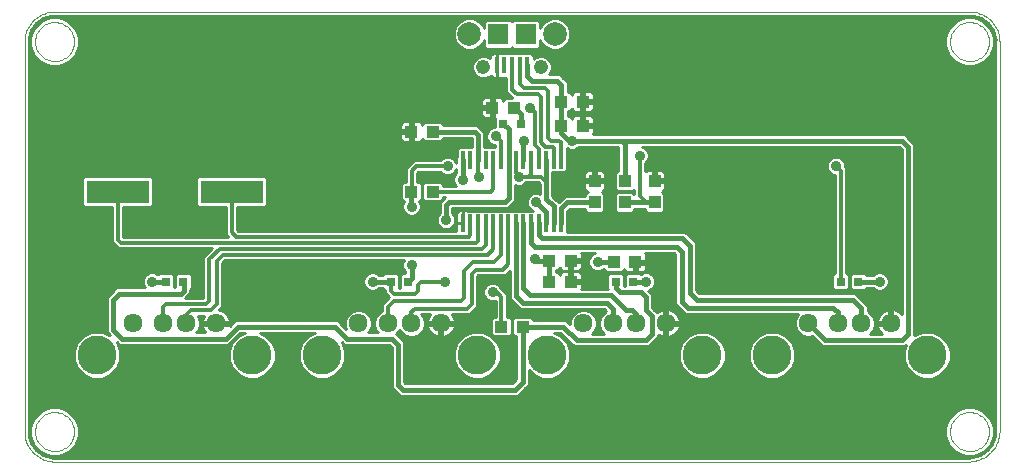
<source format=gtl>
G75*
%MOIN*%
%OFA0B0*%
%FSLAX24Y24*%
%IPPOS*%
%LPD*%
%AMOC8*
5,1,8,0,0,1.08239X$1,22.5*
%
%ADD10C,0.0010*%
%ADD11C,0.0000*%
%ADD12R,0.0138X0.0591*%
%ADD13R,0.0433X0.0394*%
%ADD14R,0.0394X0.0433*%
%ADD15R,0.2100X0.0760*%
%ADD16C,0.0634*%
%ADD17C,0.1300*%
%ADD18R,0.0157X0.0551*%
%ADD19R,0.0709X0.0709*%
%ADD20C,0.0476*%
%ADD21C,0.0787*%
%ADD22R,0.0315X0.0315*%
%ADD23C,0.0100*%
%ADD24C,0.0120*%
%ADD25C,0.0160*%
%ADD26C,0.0350*%
D10*
X001225Y006100D02*
X031664Y006100D01*
X032725Y007100D02*
X032725Y020100D01*
X031725Y021100D02*
X001225Y021100D01*
X000225Y020100D02*
X000225Y007100D01*
D11*
X000575Y007100D02*
X000577Y007150D01*
X000583Y007200D01*
X000593Y007250D01*
X000606Y007298D01*
X000623Y007346D01*
X000644Y007392D01*
X000668Y007436D01*
X000696Y007478D01*
X000727Y007518D01*
X000761Y007555D01*
X000798Y007590D01*
X000837Y007621D01*
X000878Y007650D01*
X000922Y007675D01*
X000968Y007697D01*
X001015Y007715D01*
X001063Y007729D01*
X001112Y007740D01*
X001162Y007747D01*
X001212Y007750D01*
X001263Y007749D01*
X001313Y007744D01*
X001363Y007735D01*
X001411Y007723D01*
X001459Y007706D01*
X001505Y007686D01*
X001550Y007663D01*
X001593Y007636D01*
X001633Y007606D01*
X001671Y007573D01*
X001706Y007537D01*
X001739Y007498D01*
X001768Y007457D01*
X001794Y007414D01*
X001817Y007369D01*
X001836Y007322D01*
X001851Y007274D01*
X001863Y007225D01*
X001871Y007175D01*
X001875Y007125D01*
X001875Y007075D01*
X001871Y007025D01*
X001863Y006975D01*
X001851Y006926D01*
X001836Y006878D01*
X001817Y006831D01*
X001794Y006786D01*
X001768Y006743D01*
X001739Y006702D01*
X001706Y006663D01*
X001671Y006627D01*
X001633Y006594D01*
X001593Y006564D01*
X001550Y006537D01*
X001505Y006514D01*
X001459Y006494D01*
X001411Y006477D01*
X001363Y006465D01*
X001313Y006456D01*
X001263Y006451D01*
X001212Y006450D01*
X001162Y006453D01*
X001112Y006460D01*
X001063Y006471D01*
X001015Y006485D01*
X000968Y006503D01*
X000922Y006525D01*
X000878Y006550D01*
X000837Y006579D01*
X000798Y006610D01*
X000761Y006645D01*
X000727Y006682D01*
X000696Y006722D01*
X000668Y006764D01*
X000644Y006808D01*
X000623Y006854D01*
X000606Y006902D01*
X000593Y006950D01*
X000583Y007000D01*
X000577Y007050D01*
X000575Y007100D01*
X000225Y007100D02*
X000227Y007040D01*
X000232Y006979D01*
X000241Y006920D01*
X000254Y006861D01*
X000270Y006802D01*
X000290Y006745D01*
X000313Y006690D01*
X000340Y006635D01*
X000369Y006583D01*
X000402Y006532D01*
X000438Y006483D01*
X000476Y006437D01*
X000518Y006393D01*
X000562Y006351D01*
X000608Y006313D01*
X000657Y006277D01*
X000708Y006244D01*
X000760Y006215D01*
X000815Y006188D01*
X000870Y006165D01*
X000927Y006145D01*
X000986Y006129D01*
X001045Y006116D01*
X001104Y006107D01*
X001165Y006102D01*
X001225Y006100D01*
X000575Y020100D02*
X000577Y020150D01*
X000583Y020200D01*
X000593Y020250D01*
X000606Y020298D01*
X000623Y020346D01*
X000644Y020392D01*
X000668Y020436D01*
X000696Y020478D01*
X000727Y020518D01*
X000761Y020555D01*
X000798Y020590D01*
X000837Y020621D01*
X000878Y020650D01*
X000922Y020675D01*
X000968Y020697D01*
X001015Y020715D01*
X001063Y020729D01*
X001112Y020740D01*
X001162Y020747D01*
X001212Y020750D01*
X001263Y020749D01*
X001313Y020744D01*
X001363Y020735D01*
X001411Y020723D01*
X001459Y020706D01*
X001505Y020686D01*
X001550Y020663D01*
X001593Y020636D01*
X001633Y020606D01*
X001671Y020573D01*
X001706Y020537D01*
X001739Y020498D01*
X001768Y020457D01*
X001794Y020414D01*
X001817Y020369D01*
X001836Y020322D01*
X001851Y020274D01*
X001863Y020225D01*
X001871Y020175D01*
X001875Y020125D01*
X001875Y020075D01*
X001871Y020025D01*
X001863Y019975D01*
X001851Y019926D01*
X001836Y019878D01*
X001817Y019831D01*
X001794Y019786D01*
X001768Y019743D01*
X001739Y019702D01*
X001706Y019663D01*
X001671Y019627D01*
X001633Y019594D01*
X001593Y019564D01*
X001550Y019537D01*
X001505Y019514D01*
X001459Y019494D01*
X001411Y019477D01*
X001363Y019465D01*
X001313Y019456D01*
X001263Y019451D01*
X001212Y019450D01*
X001162Y019453D01*
X001112Y019460D01*
X001063Y019471D01*
X001015Y019485D01*
X000968Y019503D01*
X000922Y019525D01*
X000878Y019550D01*
X000837Y019579D01*
X000798Y019610D01*
X000761Y019645D01*
X000727Y019682D01*
X000696Y019722D01*
X000668Y019764D01*
X000644Y019808D01*
X000623Y019854D01*
X000606Y019902D01*
X000593Y019950D01*
X000583Y020000D01*
X000577Y020050D01*
X000575Y020100D01*
X000225Y020100D02*
X000227Y020160D01*
X000232Y020221D01*
X000241Y020280D01*
X000254Y020339D01*
X000270Y020398D01*
X000290Y020455D01*
X000313Y020510D01*
X000340Y020565D01*
X000369Y020617D01*
X000402Y020668D01*
X000438Y020717D01*
X000476Y020763D01*
X000518Y020807D01*
X000562Y020849D01*
X000608Y020887D01*
X000657Y020923D01*
X000708Y020956D01*
X000760Y020985D01*
X000815Y021012D01*
X000870Y021035D01*
X000927Y021055D01*
X000986Y021071D01*
X001045Y021084D01*
X001104Y021093D01*
X001165Y021098D01*
X001225Y021100D01*
X031075Y020100D02*
X031077Y020150D01*
X031083Y020200D01*
X031093Y020250D01*
X031106Y020298D01*
X031123Y020346D01*
X031144Y020392D01*
X031168Y020436D01*
X031196Y020478D01*
X031227Y020518D01*
X031261Y020555D01*
X031298Y020590D01*
X031337Y020621D01*
X031378Y020650D01*
X031422Y020675D01*
X031468Y020697D01*
X031515Y020715D01*
X031563Y020729D01*
X031612Y020740D01*
X031662Y020747D01*
X031712Y020750D01*
X031763Y020749D01*
X031813Y020744D01*
X031863Y020735D01*
X031911Y020723D01*
X031959Y020706D01*
X032005Y020686D01*
X032050Y020663D01*
X032093Y020636D01*
X032133Y020606D01*
X032171Y020573D01*
X032206Y020537D01*
X032239Y020498D01*
X032268Y020457D01*
X032294Y020414D01*
X032317Y020369D01*
X032336Y020322D01*
X032351Y020274D01*
X032363Y020225D01*
X032371Y020175D01*
X032375Y020125D01*
X032375Y020075D01*
X032371Y020025D01*
X032363Y019975D01*
X032351Y019926D01*
X032336Y019878D01*
X032317Y019831D01*
X032294Y019786D01*
X032268Y019743D01*
X032239Y019702D01*
X032206Y019663D01*
X032171Y019627D01*
X032133Y019594D01*
X032093Y019564D01*
X032050Y019537D01*
X032005Y019514D01*
X031959Y019494D01*
X031911Y019477D01*
X031863Y019465D01*
X031813Y019456D01*
X031763Y019451D01*
X031712Y019450D01*
X031662Y019453D01*
X031612Y019460D01*
X031563Y019471D01*
X031515Y019485D01*
X031468Y019503D01*
X031422Y019525D01*
X031378Y019550D01*
X031337Y019579D01*
X031298Y019610D01*
X031261Y019645D01*
X031227Y019682D01*
X031196Y019722D01*
X031168Y019764D01*
X031144Y019808D01*
X031123Y019854D01*
X031106Y019902D01*
X031093Y019950D01*
X031083Y020000D01*
X031077Y020050D01*
X031075Y020100D01*
X031725Y021100D02*
X031785Y021098D01*
X031846Y021093D01*
X031905Y021084D01*
X031964Y021071D01*
X032023Y021055D01*
X032080Y021035D01*
X032135Y021012D01*
X032190Y020985D01*
X032242Y020956D01*
X032293Y020923D01*
X032342Y020887D01*
X032388Y020849D01*
X032432Y020807D01*
X032474Y020763D01*
X032512Y020717D01*
X032548Y020668D01*
X032581Y020617D01*
X032610Y020565D01*
X032637Y020510D01*
X032660Y020455D01*
X032680Y020398D01*
X032696Y020339D01*
X032709Y020280D01*
X032718Y020221D01*
X032723Y020160D01*
X032725Y020100D01*
X032726Y007100D02*
X032722Y007037D01*
X032714Y006976D01*
X032703Y006914D01*
X032688Y006854D01*
X032670Y006794D01*
X032648Y006736D01*
X032622Y006679D01*
X032593Y006624D01*
X032561Y006571D01*
X032526Y006520D01*
X032488Y006471D01*
X032446Y006424D01*
X032402Y006380D01*
X032356Y006339D01*
X032307Y006300D01*
X032255Y006265D01*
X032202Y006232D01*
X032147Y006203D01*
X032090Y006178D01*
X032032Y006156D01*
X031973Y006137D01*
X031912Y006122D01*
X031851Y006111D01*
X031789Y006103D01*
X031727Y006099D01*
X031665Y006099D01*
X031075Y007100D02*
X031077Y007150D01*
X031083Y007200D01*
X031093Y007250D01*
X031106Y007298D01*
X031123Y007346D01*
X031144Y007392D01*
X031168Y007436D01*
X031196Y007478D01*
X031227Y007518D01*
X031261Y007555D01*
X031298Y007590D01*
X031337Y007621D01*
X031378Y007650D01*
X031422Y007675D01*
X031468Y007697D01*
X031515Y007715D01*
X031563Y007729D01*
X031612Y007740D01*
X031662Y007747D01*
X031712Y007750D01*
X031763Y007749D01*
X031813Y007744D01*
X031863Y007735D01*
X031911Y007723D01*
X031959Y007706D01*
X032005Y007686D01*
X032050Y007663D01*
X032093Y007636D01*
X032133Y007606D01*
X032171Y007573D01*
X032206Y007537D01*
X032239Y007498D01*
X032268Y007457D01*
X032294Y007414D01*
X032317Y007369D01*
X032336Y007322D01*
X032351Y007274D01*
X032363Y007225D01*
X032371Y007175D01*
X032375Y007125D01*
X032375Y007075D01*
X032371Y007025D01*
X032363Y006975D01*
X032351Y006926D01*
X032336Y006878D01*
X032317Y006831D01*
X032294Y006786D01*
X032268Y006743D01*
X032239Y006702D01*
X032206Y006663D01*
X032171Y006627D01*
X032133Y006594D01*
X032093Y006564D01*
X032050Y006537D01*
X032005Y006514D01*
X031959Y006494D01*
X031911Y006477D01*
X031863Y006465D01*
X031813Y006456D01*
X031763Y006451D01*
X031712Y006450D01*
X031662Y006453D01*
X031612Y006460D01*
X031563Y006471D01*
X031515Y006485D01*
X031468Y006503D01*
X031422Y006525D01*
X031378Y006550D01*
X031337Y006579D01*
X031298Y006610D01*
X031261Y006645D01*
X031227Y006682D01*
X031196Y006722D01*
X031168Y006764D01*
X031144Y006808D01*
X031123Y006854D01*
X031106Y006902D01*
X031093Y006950D01*
X031083Y007000D01*
X031077Y007050D01*
X031075Y007100D01*
D12*
X018113Y014037D03*
X017861Y014037D03*
X017609Y014037D03*
X017357Y014037D03*
X017105Y014037D03*
X016853Y014037D03*
X016601Y014037D03*
X016349Y014037D03*
X016097Y014037D03*
X015845Y014037D03*
X015593Y014037D03*
X015341Y014037D03*
X015089Y014037D03*
X014837Y014037D03*
X014837Y016163D03*
X015089Y016163D03*
X015341Y016163D03*
X015593Y016163D03*
X015845Y016163D03*
X016097Y016163D03*
X016357Y016163D03*
X016601Y016163D03*
X016853Y016163D03*
X017105Y016163D03*
X017357Y016163D03*
X017609Y016163D03*
X017861Y016163D03*
X018113Y016163D03*
D13*
X018121Y017300D03*
X018829Y017300D03*
X018829Y018100D03*
X018121Y018100D03*
X016529Y017900D03*
X015821Y017900D03*
X013829Y017100D03*
X013121Y017100D03*
X013121Y015100D03*
X013829Y015100D03*
X017721Y012800D03*
X018429Y012800D03*
X018429Y012100D03*
X017721Y012100D03*
X016829Y010600D03*
X016121Y010600D03*
X019871Y012750D03*
X020579Y012750D03*
D14*
X020225Y014746D03*
X020225Y015454D03*
X019225Y015454D03*
X019225Y014746D03*
X021225Y014746D03*
X021225Y015454D03*
D15*
X007125Y015100D03*
X003325Y015100D03*
D16*
X003847Y010714D03*
X004831Y010714D03*
X005619Y010714D03*
X006603Y010714D03*
X011347Y010714D03*
X012331Y010714D03*
X013119Y010714D03*
X014103Y010714D03*
X018847Y010714D03*
X019831Y010714D03*
X020619Y010714D03*
X021603Y010714D03*
X026347Y010714D03*
X027331Y010714D03*
X028119Y010714D03*
X029103Y010714D03*
D17*
X030312Y009647D03*
X025138Y009647D03*
X022812Y009647D03*
X017638Y009647D03*
X015312Y009647D03*
X010138Y009647D03*
X007812Y009647D03*
X002638Y009647D03*
D18*
X015963Y019307D03*
X016219Y019307D03*
X016475Y019307D03*
X016731Y019307D03*
X016987Y019307D03*
D19*
X016928Y020350D03*
X016022Y020350D03*
D20*
X015520Y019248D03*
X017430Y019248D03*
D21*
X017896Y020350D03*
X015054Y020350D03*
D22*
X016180Y017350D03*
X016770Y017350D03*
X019930Y012100D03*
X020520Y012100D03*
X027430Y012100D03*
X028020Y012100D03*
X013020Y012100D03*
X012430Y012100D03*
X005520Y012100D03*
X004930Y012100D03*
D23*
X005217Y012109D02*
X005233Y012109D01*
X005233Y012207D02*
X005217Y012207D01*
X005217Y012306D02*
X005233Y012306D01*
X005233Y012311D02*
X005233Y011910D01*
X005217Y011910D01*
X005217Y012311D01*
X005141Y012387D01*
X004718Y012387D01*
X004669Y012338D01*
X004648Y012359D01*
X004536Y012405D01*
X004414Y012405D01*
X004302Y012359D01*
X004216Y012273D01*
X004170Y012161D01*
X004170Y012039D01*
X004216Y011927D01*
X004234Y011910D01*
X003288Y011910D01*
X003165Y011787D01*
X003165Y011787D01*
X002965Y011587D01*
X002965Y010413D01*
X003062Y010316D01*
X002793Y010427D01*
X002483Y010427D01*
X002197Y010309D01*
X001977Y010089D01*
X001858Y009802D01*
X001858Y009492D01*
X001977Y009205D01*
X002197Y008986D01*
X002483Y008867D01*
X002793Y008867D01*
X003080Y008986D01*
X003300Y009205D01*
X003418Y009492D01*
X003418Y009802D01*
X003307Y010071D01*
X003388Y009990D01*
X007012Y009990D01*
X007135Y010113D01*
X007412Y010390D01*
X007566Y010390D01*
X007370Y010309D01*
X007150Y010089D01*
X007032Y009802D01*
X007032Y009492D01*
X007150Y009205D01*
X007370Y008986D01*
X007657Y008867D01*
X007967Y008867D01*
X008253Y008986D01*
X008473Y009205D01*
X008592Y009492D01*
X008592Y009802D01*
X008473Y010089D01*
X008253Y010309D01*
X008057Y010390D01*
X009893Y010390D01*
X009697Y010309D01*
X009477Y010089D01*
X009358Y009802D01*
X009358Y009492D01*
X009477Y009205D01*
X009697Y008986D01*
X009983Y008867D01*
X010293Y008867D01*
X010580Y008986D01*
X010800Y009205D01*
X010918Y009492D01*
X010918Y009802D01*
X010807Y010071D01*
X010888Y009990D01*
X012388Y009990D01*
X012465Y009913D01*
X012465Y008563D01*
X012615Y008413D01*
X012738Y008290D01*
X016662Y008290D01*
X016912Y008540D01*
X017035Y008663D01*
X017035Y009148D01*
X017197Y008986D01*
X017483Y008867D01*
X017793Y008867D01*
X018080Y008986D01*
X018300Y009205D01*
X018418Y009492D01*
X018418Y009802D01*
X018300Y010089D01*
X018080Y010309D01*
X017884Y010390D01*
X018088Y010390D01*
X018538Y009940D01*
X021012Y009940D01*
X021135Y010063D01*
X021335Y010263D01*
X021335Y010332D01*
X021358Y010315D01*
X021424Y010282D01*
X021494Y010259D01*
X021555Y010249D01*
X021555Y010666D01*
X021651Y010666D01*
X021651Y010249D01*
X021712Y010259D01*
X021782Y010282D01*
X021848Y010315D01*
X021907Y010358D01*
X021959Y010410D01*
X022002Y010470D01*
X022036Y010535D01*
X022058Y010605D01*
X022068Y010666D01*
X021651Y010666D01*
X021651Y010763D01*
X021555Y010763D01*
X021555Y011179D01*
X021494Y011170D01*
X021424Y011147D01*
X021358Y011113D01*
X021300Y011071D01*
X021212Y011160D01*
X021135Y011237D01*
X021135Y011687D01*
X021021Y011801D01*
X021118Y011841D01*
X021204Y011927D01*
X021250Y012039D01*
X021250Y012161D01*
X021204Y012273D01*
X021118Y012359D01*
X021006Y012405D01*
X020884Y012405D01*
X020772Y012359D01*
X020766Y012353D01*
X020732Y012387D01*
X020309Y012387D01*
X020233Y012311D01*
X020233Y011960D01*
X020217Y011960D01*
X020217Y012311D01*
X020141Y012387D01*
X019718Y012387D01*
X019642Y012311D01*
X019642Y011889D01*
X019671Y011860D01*
X018790Y011860D01*
X018796Y011883D01*
X018796Y012052D01*
X018478Y012052D01*
X018478Y012148D01*
X018796Y012148D01*
X018796Y012317D01*
X018786Y012355D01*
X018766Y012389D01*
X018738Y012417D01*
X018704Y012437D01*
X018666Y012447D01*
X018478Y012447D01*
X018478Y012148D01*
X018381Y012148D01*
X018381Y012447D01*
X018193Y012447D01*
X018155Y012437D01*
X018121Y012417D01*
X018093Y012389D01*
X018073Y012355D01*
X018067Y012333D01*
X018067Y012351D01*
X017991Y012427D01*
X017931Y012427D01*
X017931Y012473D01*
X017991Y012473D01*
X018067Y012549D01*
X018067Y012567D01*
X018073Y012545D01*
X018093Y012511D01*
X018121Y012483D01*
X018155Y012463D01*
X018193Y012453D01*
X018381Y012453D01*
X018381Y012752D01*
X018478Y012752D01*
X018478Y012848D01*
X018796Y012848D01*
X018796Y013017D01*
X018790Y013040D01*
X019228Y013040D01*
X019152Y013009D01*
X019066Y012923D01*
X019020Y012811D01*
X019020Y012689D01*
X019066Y012577D01*
X019152Y012491D01*
X019264Y012445D01*
X019386Y012445D01*
X019498Y012491D01*
X019524Y012518D01*
X019524Y012499D01*
X019600Y012423D01*
X020141Y012423D01*
X020217Y012499D01*
X020217Y012517D01*
X020223Y012495D01*
X020243Y012461D01*
X020271Y012433D01*
X020305Y012413D01*
X020343Y012403D01*
X020531Y012403D01*
X020531Y012702D01*
X020628Y012702D01*
X020628Y012798D01*
X021915Y012798D01*
X021915Y012700D02*
X020946Y012700D01*
X020946Y012702D02*
X020628Y012702D01*
X020628Y012403D01*
X020816Y012403D01*
X020854Y012413D01*
X020888Y012433D01*
X020916Y012461D01*
X020936Y012495D01*
X020946Y012533D01*
X020946Y012702D01*
X020946Y012798D02*
X020628Y012798D01*
X020628Y012700D02*
X020531Y012700D01*
X020531Y012601D02*
X020628Y012601D01*
X020628Y012503D02*
X020531Y012503D01*
X020531Y012404D02*
X020628Y012404D01*
X020819Y012404D02*
X020882Y012404D01*
X020938Y012503D02*
X021915Y012503D01*
X021915Y012601D02*
X020946Y012601D01*
X020946Y012798D02*
X020946Y012967D01*
X020936Y013005D01*
X020916Y013039D01*
X020915Y013040D01*
X021888Y013040D01*
X021915Y013013D01*
X021915Y011343D01*
X022038Y011220D01*
X022238Y011020D01*
X026021Y011020D01*
X025968Y010967D01*
X025900Y010803D01*
X025900Y010625D01*
X025968Y010461D01*
X026094Y010335D01*
X026258Y010267D01*
X026436Y010267D01*
X026479Y010285D01*
X026701Y010063D01*
X026824Y009940D01*
X029562Y009940D01*
X029607Y009985D01*
X029532Y009802D01*
X029532Y009492D01*
X029650Y009205D01*
X029870Y008986D01*
X030157Y008867D01*
X030467Y008867D01*
X030753Y008986D01*
X030973Y009205D01*
X031092Y009492D01*
X031092Y009802D01*
X030973Y010089D01*
X030753Y010309D01*
X030467Y010427D01*
X030157Y010427D01*
X029885Y010315D01*
X029885Y016687D01*
X029685Y016887D01*
X029562Y017010D01*
X019165Y017010D01*
X019166Y017011D01*
X019186Y017045D01*
X019196Y017083D01*
X019196Y017252D01*
X018878Y017252D01*
X018878Y017348D01*
X019196Y017348D01*
X019196Y017517D01*
X019186Y017555D01*
X019166Y017589D01*
X019138Y017617D01*
X019104Y017637D01*
X019066Y017647D01*
X018878Y017647D01*
X018878Y017348D01*
X018781Y017348D01*
X018781Y017647D01*
X018593Y017647D01*
X018555Y017637D01*
X018521Y017617D01*
X018493Y017589D01*
X018473Y017555D01*
X018467Y017533D01*
X018467Y017551D01*
X018391Y017627D01*
X018331Y017627D01*
X018331Y017773D01*
X018391Y017773D01*
X018467Y017849D01*
X018467Y017867D01*
X018473Y017845D01*
X018493Y017811D01*
X018521Y017783D01*
X018555Y017763D01*
X018593Y017753D01*
X018781Y017753D01*
X018781Y018052D01*
X018878Y018052D01*
X018878Y018148D01*
X019196Y018148D01*
X019196Y018317D01*
X019186Y018355D01*
X019166Y018389D01*
X019138Y018417D01*
X019104Y018437D01*
X019066Y018447D01*
X018878Y018447D01*
X018878Y018148D01*
X018781Y018148D01*
X018781Y018447D01*
X018593Y018447D01*
X018555Y018437D01*
X018521Y018417D01*
X018493Y018389D01*
X018473Y018355D01*
X018467Y018333D01*
X018467Y018351D01*
X018391Y018427D01*
X018331Y018427D01*
X018331Y018741D01*
X018185Y018887D01*
X018062Y019010D01*
X017713Y019010D01*
X017742Y019039D01*
X017798Y019174D01*
X017798Y019321D01*
X017742Y019456D01*
X017638Y019560D01*
X017503Y019616D01*
X017357Y019616D01*
X017221Y019560D01*
X017196Y019534D01*
X017196Y019636D01*
X017119Y019712D01*
X016117Y019712D01*
X016100Y019722D01*
X016062Y019732D01*
X015963Y019732D01*
X015865Y019732D01*
X015827Y019722D01*
X015792Y019702D01*
X015764Y019674D01*
X015745Y019640D01*
X015734Y019602D01*
X015734Y019554D01*
X015729Y019560D01*
X015593Y019616D01*
X015447Y019616D01*
X015312Y019560D01*
X015208Y019456D01*
X015152Y019321D01*
X015152Y019174D01*
X015208Y019039D01*
X015312Y018936D01*
X015447Y018880D01*
X015593Y018880D01*
X015729Y018936D01*
X015753Y018959D01*
X015764Y018939D01*
X015792Y018911D01*
X015827Y018891D01*
X015865Y018881D01*
X015963Y018881D01*
X015963Y019307D01*
X015963Y019732D01*
X015963Y019307D01*
X015963Y019307D01*
X015963Y019307D01*
X015963Y018881D01*
X016062Y018881D01*
X016100Y018891D01*
X016117Y018901D01*
X016285Y018901D01*
X016285Y018421D01*
X016435Y018271D01*
X016479Y018227D01*
X016259Y018227D01*
X016183Y018151D01*
X016183Y018133D01*
X016177Y018155D01*
X016157Y018189D01*
X016129Y018217D01*
X016095Y018237D01*
X016057Y018247D01*
X015869Y018247D01*
X015869Y017948D01*
X015772Y017948D01*
X015772Y017852D01*
X015454Y017852D01*
X015454Y017683D01*
X015464Y017645D01*
X015484Y017611D01*
X015512Y017583D01*
X015546Y017563D01*
X015584Y017553D01*
X015772Y017553D01*
X015772Y017852D01*
X015869Y017852D01*
X015869Y017553D01*
X015892Y017553D01*
X015892Y017255D01*
X015864Y017255D01*
X015752Y017209D01*
X015666Y017123D01*
X015620Y017011D01*
X015620Y016889D01*
X015666Y016777D01*
X015752Y016691D01*
X015864Y016645D01*
X015907Y016645D01*
X015907Y016588D01*
X015722Y016588D01*
X015719Y016585D01*
X015716Y016588D01*
X015551Y016588D01*
X015551Y017071D01*
X015435Y017187D01*
X015312Y017310D01*
X014176Y017310D01*
X014176Y017351D01*
X014100Y017427D01*
X013559Y017427D01*
X013483Y017351D01*
X013483Y017333D01*
X013477Y017355D01*
X013457Y017389D01*
X013429Y017417D01*
X013395Y017437D01*
X013357Y017447D01*
X013169Y017447D01*
X013169Y017148D01*
X013072Y017148D01*
X013072Y017052D01*
X012754Y017052D01*
X012754Y016883D01*
X012764Y016845D01*
X012784Y016811D01*
X012812Y016783D01*
X012846Y016763D01*
X012884Y016753D01*
X013072Y016753D01*
X013072Y017052D01*
X013169Y017052D01*
X013169Y016753D01*
X013357Y016753D01*
X013395Y016763D01*
X013429Y016783D01*
X013457Y016811D01*
X013477Y016845D01*
X013483Y016867D01*
X013483Y016849D01*
X013559Y016773D01*
X014100Y016773D01*
X014176Y016849D01*
X014176Y016890D01*
X015131Y016890D01*
X015131Y016588D01*
X014966Y016588D01*
X014963Y016585D01*
X014960Y016588D01*
X014714Y016588D01*
X014638Y016512D01*
X014638Y016261D01*
X014615Y016238D01*
X014615Y016047D01*
X014584Y016123D01*
X014498Y016209D01*
X014386Y016255D01*
X014264Y016255D01*
X014152Y016209D01*
X014084Y016140D01*
X013196Y016140D01*
X013046Y015990D01*
X012935Y015879D01*
X012935Y015427D01*
X012850Y015427D01*
X012774Y015351D01*
X012774Y014849D01*
X012850Y014773D01*
X012867Y014773D01*
X012866Y014773D01*
X012820Y014661D01*
X012820Y014539D01*
X012866Y014427D01*
X012952Y014341D01*
X013064Y014295D01*
X013186Y014295D01*
X013298Y014341D01*
X013384Y014427D01*
X013430Y014539D01*
X013430Y014661D01*
X013384Y014773D01*
X013383Y014773D01*
X013391Y014773D01*
X013467Y014849D01*
X013467Y015351D01*
X013391Y015427D01*
X013315Y015427D01*
X013315Y015721D01*
X013354Y015760D01*
X014084Y015760D01*
X014152Y015691D01*
X014264Y015645D01*
X014386Y015645D01*
X014498Y015691D01*
X014584Y015777D01*
X014615Y015853D01*
X014615Y015721D01*
X014566Y015673D01*
X014520Y015561D01*
X014520Y015439D01*
X014566Y015327D01*
X014604Y015290D01*
X014176Y015290D01*
X014176Y015351D01*
X014100Y015427D01*
X013559Y015427D01*
X013483Y015351D01*
X013483Y014849D01*
X013559Y014773D01*
X014100Y014773D01*
X014176Y014849D01*
X014176Y014910D01*
X014238Y014910D01*
X014188Y014860D01*
X014065Y014737D01*
X014065Y014371D01*
X014016Y014323D01*
X013970Y014211D01*
X013970Y014089D01*
X014016Y013977D01*
X014102Y013891D01*
X014214Y013845D01*
X014336Y013845D01*
X014448Y013891D01*
X014534Y013977D01*
X014580Y014089D01*
X014580Y014211D01*
X014534Y014323D01*
X014485Y014371D01*
X014485Y014540D01*
X016312Y014540D01*
X016435Y014663D01*
X016567Y014795D01*
X016567Y015327D01*
X016644Y015295D01*
X016766Y015295D01*
X016878Y015341D01*
X016946Y015410D01*
X017346Y015410D01*
X017385Y015371D01*
X017399Y015357D01*
X017399Y015029D01*
X017336Y015055D01*
X017214Y015055D01*
X017102Y015009D01*
X017016Y014923D01*
X016970Y014811D01*
X016970Y014689D01*
X017016Y014577D01*
X017102Y014491D01*
X017173Y014462D01*
X016982Y014462D01*
X016979Y014459D01*
X016976Y014462D01*
X016730Y014462D01*
X016727Y014459D01*
X016724Y014462D01*
X016478Y014462D01*
X016475Y014459D01*
X016472Y014462D01*
X016226Y014462D01*
X016223Y014459D01*
X016220Y014462D01*
X015974Y014462D01*
X015971Y014459D01*
X015968Y014462D01*
X015722Y014462D01*
X015719Y014459D01*
X015716Y014462D01*
X015470Y014462D01*
X015467Y014459D01*
X015464Y014462D01*
X015218Y014462D01*
X015215Y014459D01*
X015212Y014462D01*
X014981Y014462D01*
X014964Y014472D01*
X014926Y014482D01*
X014837Y014482D01*
X014749Y014482D01*
X014710Y014472D01*
X014676Y014452D01*
X014648Y014424D01*
X014629Y014390D01*
X014618Y014352D01*
X014618Y014037D01*
X014618Y013790D01*
X007354Y013790D01*
X007315Y013829D01*
X007315Y014590D01*
X008229Y014590D01*
X008305Y014666D01*
X008305Y015534D01*
X008229Y015610D01*
X006021Y015610D01*
X005945Y015534D01*
X005945Y014666D01*
X006021Y014590D01*
X006935Y014590D01*
X006935Y013671D01*
X007016Y013590D01*
X003515Y013590D01*
X003515Y014590D01*
X004429Y014590D01*
X004505Y014666D01*
X004505Y015534D01*
X004429Y015610D01*
X002221Y015610D01*
X002145Y015534D01*
X002145Y014666D01*
X002221Y014590D01*
X003135Y014590D01*
X003135Y013421D01*
X003246Y013310D01*
X003246Y013310D01*
X003346Y013210D01*
X006466Y013210D01*
X006296Y013040D01*
X006185Y012929D01*
X006185Y011540D01*
X005562Y011540D01*
X005612Y011590D01*
X005735Y011713D01*
X005735Y011816D01*
X005808Y011889D01*
X005808Y012311D01*
X005732Y012387D01*
X005309Y012387D01*
X005233Y012311D01*
X005217Y012010D02*
X005233Y012010D01*
X005233Y011912D02*
X005217Y011912D01*
X005638Y011616D02*
X006185Y011616D01*
X006185Y011715D02*
X005735Y011715D01*
X005735Y011813D02*
X006185Y011813D01*
X006185Y011912D02*
X005808Y011912D01*
X005808Y012010D02*
X006185Y012010D01*
X006185Y012109D02*
X005808Y012109D01*
X005808Y012207D02*
X006185Y012207D01*
X006185Y012306D02*
X005808Y012306D01*
X006185Y012404D02*
X004538Y012404D01*
X004412Y012404D02*
X000360Y012404D01*
X000360Y012306D02*
X004249Y012306D01*
X004189Y012207D02*
X000360Y012207D01*
X000360Y012109D02*
X004170Y012109D01*
X004182Y012010D02*
X000360Y012010D01*
X000360Y011912D02*
X004232Y011912D01*
X003191Y011813D02*
X000360Y011813D01*
X000360Y011715D02*
X003093Y011715D01*
X002994Y011616D02*
X000360Y011616D01*
X000360Y011518D02*
X002965Y011518D01*
X002965Y011419D02*
X000360Y011419D01*
X000360Y011321D02*
X002965Y011321D01*
X002965Y011222D02*
X000360Y011222D01*
X000360Y011124D02*
X002965Y011124D01*
X002965Y011025D02*
X000360Y011025D01*
X000360Y010927D02*
X002965Y010927D01*
X002965Y010828D02*
X000360Y010828D01*
X000360Y010730D02*
X002965Y010730D01*
X002965Y010631D02*
X000360Y010631D01*
X000360Y010533D02*
X002965Y010533D01*
X002965Y010434D02*
X000360Y010434D01*
X000360Y010336D02*
X002262Y010336D01*
X002125Y010237D02*
X000360Y010237D01*
X000360Y010139D02*
X002026Y010139D01*
X001957Y010040D02*
X000360Y010040D01*
X000360Y009942D02*
X001916Y009942D01*
X001875Y009843D02*
X000360Y009843D01*
X000360Y009745D02*
X001858Y009745D01*
X001858Y009646D02*
X000360Y009646D01*
X000360Y009548D02*
X001858Y009548D01*
X001876Y009449D02*
X000360Y009449D01*
X000360Y009351D02*
X001917Y009351D01*
X001958Y009252D02*
X000360Y009252D01*
X000360Y009154D02*
X002029Y009154D01*
X002128Y009055D02*
X000360Y009055D01*
X000360Y008957D02*
X002268Y008957D01*
X003009Y008957D02*
X007441Y008957D01*
X007301Y009055D02*
X003149Y009055D01*
X003248Y009154D02*
X007202Y009154D01*
X007131Y009252D02*
X003319Y009252D01*
X003360Y009351D02*
X007090Y009351D01*
X007050Y009449D02*
X003400Y009449D01*
X003418Y009548D02*
X007032Y009548D01*
X007032Y009646D02*
X003418Y009646D01*
X003418Y009745D02*
X007032Y009745D01*
X007048Y009843D02*
X003402Y009843D01*
X003361Y009942D02*
X007089Y009942D01*
X007062Y010040D02*
X007130Y010040D01*
X007160Y010139D02*
X007200Y010139D01*
X007259Y010237D02*
X007298Y010237D01*
X007357Y010336D02*
X007435Y010336D01*
X007063Y010635D02*
X007068Y010666D01*
X006651Y010666D01*
X006651Y010763D01*
X007068Y010763D01*
X007058Y010824D01*
X007036Y010893D01*
X007002Y010959D01*
X006959Y011018D01*
X006907Y011070D01*
X006848Y011113D01*
X006782Y011147D01*
X006713Y011169D01*
X006815Y011271D01*
X006815Y012721D01*
X006904Y012810D01*
X012861Y012810D01*
X012820Y012711D01*
X012820Y012589D01*
X012866Y012477D01*
X012915Y012429D01*
X012915Y012387D01*
X012809Y012387D01*
X012733Y012311D01*
X012733Y011890D01*
X012717Y011890D01*
X012717Y012311D01*
X012641Y012387D01*
X012218Y012387D01*
X012142Y012311D01*
X012142Y012310D01*
X012046Y012310D01*
X011998Y012359D01*
X011886Y012405D01*
X011764Y012405D01*
X011652Y012359D01*
X011566Y012273D01*
X011520Y012161D01*
X011520Y012039D01*
X011566Y011927D01*
X011652Y011841D01*
X011764Y011795D01*
X011886Y011795D01*
X011998Y011841D01*
X012046Y011890D01*
X012142Y011890D01*
X012142Y011889D01*
X012218Y011813D01*
X011929Y011813D01*
X011721Y011813D02*
X006815Y011813D01*
X006815Y011715D02*
X012242Y011715D01*
X012235Y011721D02*
X012346Y011610D01*
X012381Y011575D01*
X012246Y011440D01*
X012135Y011329D01*
X012135Y011117D01*
X012078Y011093D01*
X011952Y010967D01*
X011884Y010803D01*
X011884Y010625D01*
X011952Y010461D01*
X012004Y010410D01*
X011675Y010410D01*
X011726Y010461D01*
X011794Y010625D01*
X011794Y010803D01*
X011726Y010967D01*
X011600Y011093D01*
X011436Y011161D01*
X011258Y011161D01*
X011094Y011093D01*
X010968Y010967D01*
X010900Y010803D01*
X010900Y010625D01*
X010938Y010534D01*
X010785Y010687D01*
X010662Y010810D01*
X007238Y010810D01*
X007063Y010635D01*
X007158Y010730D02*
X006651Y010730D01*
X006555Y010730D02*
X006066Y010730D01*
X006066Y010803D02*
X006066Y010625D01*
X005998Y010461D01*
X005946Y010410D01*
X006247Y010410D01*
X006247Y010410D01*
X006204Y010470D01*
X006170Y010535D01*
X006148Y010605D01*
X006138Y010666D01*
X006555Y010666D01*
X006555Y010763D01*
X006138Y010763D01*
X006148Y010824D01*
X006170Y010893D01*
X006204Y010959D01*
X006205Y010960D01*
X006001Y010960D01*
X006066Y010803D01*
X006055Y010828D02*
X006149Y010828D01*
X006187Y010927D02*
X006014Y010927D01*
X006066Y010631D02*
X006143Y010631D01*
X006172Y010533D02*
X006027Y010533D01*
X005970Y010434D02*
X006230Y010434D01*
X006828Y011124D02*
X011167Y011124D01*
X011026Y011025D02*
X006952Y011025D01*
X007019Y010927D02*
X010951Y010927D01*
X010910Y010828D02*
X007057Y010828D01*
X006766Y011222D02*
X012135Y011222D01*
X012135Y011124D02*
X011527Y011124D01*
X011668Y011025D02*
X012010Y011025D01*
X011936Y010927D02*
X011743Y010927D01*
X011784Y010828D02*
X011895Y010828D01*
X011884Y010730D02*
X011794Y010730D01*
X011794Y010631D02*
X011884Y010631D01*
X011923Y010533D02*
X011755Y010533D01*
X011699Y010434D02*
X011980Y010434D01*
X012611Y010361D02*
X012762Y010210D01*
X012885Y010087D01*
X012885Y008737D01*
X012912Y008710D01*
X016488Y008710D01*
X016615Y008837D01*
X016615Y010273D01*
X016559Y010273D01*
X016483Y010349D01*
X016483Y010851D01*
X016559Y010927D01*
X017100Y010927D01*
X017176Y010851D01*
X017176Y010810D01*
X018262Y010810D01*
X018400Y010672D01*
X018400Y010803D01*
X018468Y010967D01*
X018594Y011093D01*
X018758Y011161D01*
X018936Y011161D01*
X019100Y011093D01*
X019226Y010967D01*
X019294Y010803D01*
X019294Y010625D01*
X019226Y010461D01*
X019125Y010360D01*
X019554Y010360D01*
X019452Y010461D01*
X019384Y010625D01*
X019384Y010803D01*
X019452Y010967D01*
X019578Y011093D01*
X019618Y011110D01*
X019538Y011190D01*
X016738Y011190D01*
X016514Y011414D01*
X016391Y011537D01*
X016391Y012447D01*
X016254Y012310D01*
X015354Y012310D01*
X015315Y012271D01*
X015315Y011271D01*
X015204Y011160D01*
X015204Y011160D01*
X015165Y011121D01*
X015165Y011121D01*
X015054Y011010D01*
X014465Y011010D01*
X014502Y010959D01*
X014536Y010893D01*
X014558Y010824D01*
X014568Y010763D01*
X014151Y010763D01*
X014151Y010666D01*
X014151Y010249D01*
X014212Y010259D01*
X014282Y010282D01*
X014348Y010315D01*
X014407Y010358D01*
X014459Y010410D01*
X014502Y010470D01*
X014536Y010535D01*
X014558Y010605D01*
X014568Y010666D01*
X014151Y010666D01*
X014055Y010666D01*
X014055Y010249D01*
X013994Y010259D01*
X013924Y010282D01*
X013858Y010315D01*
X013799Y010358D01*
X013747Y010410D01*
X013704Y010470D01*
X013670Y010535D01*
X013648Y010605D01*
X013638Y010666D01*
X014055Y010666D01*
X014055Y010763D01*
X013638Y010763D01*
X013648Y010824D01*
X013670Y010893D01*
X013704Y010959D01*
X013741Y011010D01*
X013455Y011010D01*
X013498Y010967D01*
X013566Y010803D01*
X013566Y010625D01*
X013498Y010461D01*
X013372Y010335D01*
X013208Y010267D01*
X013030Y010267D01*
X012866Y010335D01*
X012740Y010461D01*
X012725Y010497D01*
X012710Y010461D01*
X012611Y010361D01*
X012636Y010336D02*
X012865Y010336D01*
X012767Y010434D02*
X012683Y010434D01*
X012735Y010237D02*
X014798Y010237D01*
X014870Y010309D02*
X014650Y010089D01*
X014532Y009802D01*
X014532Y009492D01*
X014650Y009205D01*
X014870Y008986D01*
X015157Y008867D01*
X015467Y008867D01*
X015753Y008986D01*
X015973Y009205D01*
X016092Y009492D01*
X016092Y009802D01*
X015973Y010089D01*
X015753Y010309D01*
X015467Y010427D01*
X015157Y010427D01*
X014870Y010309D01*
X014935Y010336D02*
X014376Y010336D01*
X014476Y010434D02*
X015774Y010434D01*
X015774Y010349D02*
X015850Y010273D01*
X016391Y010273D01*
X016467Y010349D01*
X016467Y010851D01*
X016391Y010927D01*
X016311Y010927D01*
X016311Y011679D01*
X016199Y011790D01*
X016096Y011894D01*
X016084Y011923D01*
X015998Y012009D01*
X015886Y012055D01*
X015764Y012055D01*
X015652Y012009D01*
X015566Y011923D01*
X015520Y011811D01*
X015520Y011689D01*
X015566Y011577D01*
X015652Y011491D01*
X015764Y011445D01*
X015886Y011445D01*
X015931Y011464D01*
X015931Y010927D01*
X015850Y010927D01*
X015774Y010851D01*
X015774Y010349D01*
X015788Y010336D02*
X015688Y010336D01*
X015825Y010237D02*
X016615Y010237D01*
X016615Y010139D02*
X015924Y010139D01*
X015993Y010040D02*
X016615Y010040D01*
X016615Y009942D02*
X016034Y009942D01*
X016075Y009843D02*
X016615Y009843D01*
X016615Y009745D02*
X016092Y009745D01*
X016092Y009646D02*
X016615Y009646D01*
X016615Y009548D02*
X016092Y009548D01*
X016074Y009449D02*
X016615Y009449D01*
X016615Y009351D02*
X016033Y009351D01*
X015992Y009252D02*
X016615Y009252D01*
X016615Y009154D02*
X015921Y009154D01*
X015822Y009055D02*
X016615Y009055D01*
X016615Y008957D02*
X015682Y008957D01*
X014941Y008957D02*
X012885Y008957D01*
X012885Y009055D02*
X014801Y009055D01*
X014702Y009154D02*
X012885Y009154D01*
X012885Y009252D02*
X014631Y009252D01*
X014590Y009351D02*
X012885Y009351D01*
X012885Y009449D02*
X014550Y009449D01*
X014532Y009548D02*
X012885Y009548D01*
X012885Y009646D02*
X014532Y009646D01*
X014532Y009745D02*
X012885Y009745D01*
X012885Y009843D02*
X014548Y009843D01*
X014589Y009942D02*
X012885Y009942D01*
X012885Y010040D02*
X014630Y010040D01*
X014700Y010139D02*
X012833Y010139D01*
X012437Y009942D02*
X010861Y009942D01*
X010838Y010040D02*
X010820Y010040D01*
X010902Y009843D02*
X012465Y009843D01*
X012465Y009745D02*
X010918Y009745D01*
X010918Y009646D02*
X012465Y009646D01*
X012465Y009548D02*
X010918Y009548D01*
X010900Y009449D02*
X012465Y009449D01*
X012465Y009351D02*
X010860Y009351D01*
X010819Y009252D02*
X012465Y009252D01*
X012465Y009154D02*
X010748Y009154D01*
X010649Y009055D02*
X012465Y009055D01*
X012465Y008957D02*
X010509Y008957D01*
X009768Y008957D02*
X008182Y008957D01*
X008322Y009055D02*
X009628Y009055D01*
X009529Y009154D02*
X008421Y009154D01*
X008492Y009252D02*
X009458Y009252D01*
X009417Y009351D02*
X008533Y009351D01*
X008574Y009449D02*
X009376Y009449D01*
X009358Y009548D02*
X008592Y009548D01*
X008592Y009646D02*
X009358Y009646D01*
X009358Y009745D02*
X008592Y009745D01*
X008575Y009843D02*
X009375Y009843D01*
X009416Y009942D02*
X008534Y009942D01*
X008493Y010040D02*
X009457Y010040D01*
X009526Y010139D02*
X008424Y010139D01*
X008325Y010237D02*
X009625Y010237D01*
X009762Y010336D02*
X008188Y010336D01*
X006815Y011321D02*
X012135Y011321D01*
X012225Y011419D02*
X006815Y011419D01*
X006815Y011518D02*
X012324Y011518D01*
X012340Y011616D02*
X006815Y011616D01*
X006815Y011912D02*
X011582Y011912D01*
X011532Y012010D02*
X006815Y012010D01*
X006815Y012109D02*
X011520Y012109D01*
X011539Y012207D02*
X006815Y012207D01*
X006815Y012306D02*
X011599Y012306D01*
X011762Y012404D02*
X006815Y012404D01*
X006815Y012503D02*
X012856Y012503D01*
X012820Y012601D02*
X006815Y012601D01*
X006815Y012700D02*
X012820Y012700D01*
X012856Y012798D02*
X006892Y012798D01*
X006350Y013094D02*
X000360Y013094D01*
X000360Y013192D02*
X006448Y013192D01*
X006251Y012995D02*
X000360Y012995D01*
X000360Y012897D02*
X006185Y012897D01*
X006185Y012798D02*
X000360Y012798D01*
X000360Y012700D02*
X006185Y012700D01*
X006185Y012601D02*
X000360Y012601D01*
X000360Y012503D02*
X006185Y012503D01*
X006935Y013685D02*
X003515Y013685D01*
X003515Y013783D02*
X006935Y013783D01*
X006935Y013882D02*
X003515Y013882D01*
X003515Y013980D02*
X006935Y013980D01*
X006935Y014079D02*
X003515Y014079D01*
X003515Y014177D02*
X006935Y014177D01*
X006935Y014276D02*
X003515Y014276D01*
X003515Y014374D02*
X006935Y014374D01*
X006935Y014473D02*
X003515Y014473D01*
X003515Y014571D02*
X006935Y014571D01*
X007315Y014571D02*
X012820Y014571D01*
X012824Y014670D02*
X008305Y014670D01*
X008305Y014768D02*
X012864Y014768D01*
X012774Y014867D02*
X008305Y014867D01*
X008305Y014965D02*
X012774Y014965D01*
X012774Y015064D02*
X008305Y015064D01*
X008305Y015162D02*
X012774Y015162D01*
X012774Y015261D02*
X008305Y015261D01*
X008305Y015359D02*
X012782Y015359D01*
X012935Y015458D02*
X008305Y015458D01*
X008283Y015556D02*
X012935Y015556D01*
X012935Y015655D02*
X000360Y015655D01*
X000360Y015753D02*
X012935Y015753D01*
X012935Y015852D02*
X000360Y015852D01*
X000360Y015950D02*
X013006Y015950D01*
X013105Y016049D02*
X000360Y016049D01*
X000360Y016147D02*
X014091Y016147D01*
X014241Y016246D02*
X000360Y016246D01*
X000360Y016344D02*
X014638Y016344D01*
X014638Y016443D02*
X000360Y016443D01*
X000360Y016541D02*
X014667Y016541D01*
X014623Y016246D02*
X014409Y016246D01*
X014559Y016147D02*
X014615Y016147D01*
X014614Y016049D02*
X014615Y016049D01*
X014614Y015852D02*
X014615Y015852D01*
X014615Y015753D02*
X014559Y015753D01*
X014559Y015655D02*
X014409Y015655D01*
X014520Y015556D02*
X013315Y015556D01*
X013315Y015458D02*
X014520Y015458D01*
X014553Y015359D02*
X014168Y015359D01*
X014241Y015655D02*
X013315Y015655D01*
X013347Y015753D02*
X014091Y015753D01*
X013491Y015359D02*
X013459Y015359D01*
X013467Y015261D02*
X013483Y015261D01*
X013483Y015162D02*
X013467Y015162D01*
X013467Y015064D02*
X013483Y015064D01*
X013483Y014965D02*
X013467Y014965D01*
X013467Y014867D02*
X013483Y014867D01*
X013386Y014768D02*
X014096Y014768D01*
X014065Y014670D02*
X013426Y014670D01*
X013430Y014571D02*
X014065Y014571D01*
X014065Y014473D02*
X013402Y014473D01*
X013330Y014374D02*
X014065Y014374D01*
X013997Y014276D02*
X007315Y014276D01*
X007315Y014374D02*
X012920Y014374D01*
X012848Y014473D02*
X007315Y014473D01*
X007315Y014177D02*
X013970Y014177D01*
X013974Y014079D02*
X007315Y014079D01*
X007315Y013980D02*
X014015Y013980D01*
X014126Y013882D02*
X007315Y013882D01*
X005945Y014670D02*
X004505Y014670D01*
X004505Y014768D02*
X005945Y014768D01*
X005945Y014867D02*
X004505Y014867D01*
X004505Y014965D02*
X005945Y014965D01*
X005945Y015064D02*
X004505Y015064D01*
X004505Y015162D02*
X005945Y015162D01*
X005945Y015261D02*
X004505Y015261D01*
X004505Y015359D02*
X005945Y015359D01*
X005945Y015458D02*
X004505Y015458D01*
X004483Y015556D02*
X005967Y015556D01*
X003135Y014571D02*
X000360Y014571D01*
X000360Y014473D02*
X003135Y014473D01*
X003135Y014374D02*
X000360Y014374D01*
X000360Y014276D02*
X003135Y014276D01*
X003135Y014177D02*
X000360Y014177D01*
X000360Y014079D02*
X003135Y014079D01*
X003135Y013980D02*
X000360Y013980D01*
X000360Y013882D02*
X003135Y013882D01*
X003135Y013783D02*
X000360Y013783D01*
X000360Y013685D02*
X003135Y013685D01*
X003135Y013586D02*
X000360Y013586D01*
X000360Y013488D02*
X003135Y013488D01*
X003167Y013389D02*
X000360Y013389D01*
X000360Y013291D02*
X003266Y013291D01*
X002145Y014670D02*
X000360Y014670D01*
X000360Y014768D02*
X002145Y014768D01*
X002145Y014867D02*
X000360Y014867D01*
X000360Y014965D02*
X002145Y014965D01*
X002145Y015064D02*
X000360Y015064D01*
X000360Y015162D02*
X002145Y015162D01*
X002145Y015261D02*
X000360Y015261D01*
X000360Y015359D02*
X002145Y015359D01*
X002145Y015458D02*
X000360Y015458D01*
X000360Y015556D02*
X002167Y015556D01*
X000360Y016640D02*
X015131Y016640D01*
X015131Y016738D02*
X000360Y016738D01*
X000360Y016837D02*
X012769Y016837D01*
X012754Y016935D02*
X000360Y016935D01*
X000360Y017034D02*
X012754Y017034D01*
X012754Y017148D02*
X013072Y017148D01*
X013072Y017447D01*
X012884Y017447D01*
X012846Y017437D01*
X012812Y017417D01*
X012784Y017389D01*
X012764Y017355D01*
X012754Y017317D01*
X012754Y017148D01*
X012754Y017231D02*
X000360Y017231D01*
X000360Y017329D02*
X012757Y017329D01*
X012830Y017428D02*
X000360Y017428D01*
X000360Y017526D02*
X015892Y017526D01*
X015892Y017428D02*
X013411Y017428D01*
X013169Y017428D02*
X013072Y017428D01*
X013072Y017329D02*
X013169Y017329D01*
X013169Y017231D02*
X013072Y017231D01*
X013072Y017132D02*
X000360Y017132D01*
X000360Y017625D02*
X015476Y017625D01*
X015454Y017723D02*
X000360Y017723D01*
X000360Y017822D02*
X015454Y017822D01*
X015454Y017948D02*
X015772Y017948D01*
X015772Y018247D01*
X015584Y018247D01*
X015546Y018237D01*
X015512Y018217D01*
X015484Y018189D01*
X015464Y018155D01*
X015454Y018117D01*
X000360Y018117D01*
X000360Y018019D02*
X015454Y018019D01*
X015454Y017948D02*
X015454Y018117D01*
X015511Y018216D02*
X000360Y018216D01*
X000360Y018314D02*
X016392Y018314D01*
X016294Y018413D02*
X000360Y018413D01*
X000360Y018511D02*
X016285Y018511D01*
X016285Y018610D02*
X000360Y018610D01*
X000360Y018708D02*
X016285Y018708D01*
X016285Y018807D02*
X000360Y018807D01*
X000360Y018905D02*
X015385Y018905D01*
X015244Y019004D02*
X000360Y019004D01*
X000360Y019102D02*
X015182Y019102D01*
X015152Y019201D02*
X000360Y019201D01*
X000360Y019299D02*
X001016Y019299D01*
X001062Y019280D02*
X001262Y019280D01*
X001388Y019280D01*
X001388Y019280D01*
X001689Y019405D01*
X001689Y019405D01*
X001920Y019636D01*
X002045Y019937D01*
X002045Y020263D01*
X001920Y020564D01*
X001920Y020564D01*
X001689Y020795D01*
X001388Y020920D01*
X001062Y020920D01*
X000761Y020795D01*
X000761Y020795D01*
X000530Y020564D01*
X000405Y020263D01*
X000405Y019937D01*
X000530Y019636D01*
X000530Y019636D01*
X000761Y019405D01*
X001062Y019280D01*
X000778Y019398D02*
X000360Y019398D01*
X000360Y019496D02*
X000669Y019496D01*
X000761Y019405D02*
X000761Y019405D01*
X000571Y019595D02*
X000360Y019595D01*
X000360Y019693D02*
X000506Y019693D01*
X000465Y019792D02*
X000360Y019792D01*
X000360Y019890D02*
X000424Y019890D01*
X000405Y019989D02*
X000360Y019989D01*
X000360Y020087D02*
X000405Y020087D01*
X000360Y020156D02*
X000359Y020156D01*
X000366Y020236D01*
X000450Y020495D01*
X000610Y020715D01*
X000830Y020875D01*
X000953Y020875D01*
X000830Y020875D02*
X001089Y020959D01*
X001169Y020966D01*
X001169Y020965D01*
X031781Y020965D01*
X031781Y020966D01*
X031861Y020959D01*
X032120Y020875D01*
X031997Y020875D01*
X031888Y020920D02*
X032189Y020795D01*
X032189Y020795D01*
X032420Y020564D01*
X032420Y020564D01*
X032545Y020263D01*
X032545Y019937D01*
X032420Y019636D01*
X032420Y019636D01*
X032189Y019405D01*
X032189Y019405D01*
X031888Y019280D01*
X031762Y019280D01*
X031562Y019280D01*
X031261Y019405D01*
X031261Y019405D01*
X031030Y019636D01*
X030905Y019937D01*
X030905Y020263D01*
X031030Y020564D01*
X031030Y020564D01*
X031261Y020795D01*
X031261Y020795D01*
X031562Y020920D01*
X031888Y020920D01*
X032120Y020875D02*
X032340Y020715D01*
X032500Y020495D01*
X032584Y020236D01*
X032591Y020156D01*
X032590Y020156D01*
X032590Y007057D01*
X032580Y006963D01*
X032485Y006698D01*
X032313Y006475D01*
X032080Y006316D01*
X031809Y006237D01*
X031723Y006233D01*
X031720Y006235D01*
X001169Y006235D01*
X001169Y006234D01*
X001089Y006241D01*
X000830Y006325D01*
X000610Y006485D01*
X000450Y006705D01*
X000366Y006964D01*
X000359Y007044D01*
X000360Y007044D01*
X000360Y020156D01*
X000362Y020186D02*
X000405Y020186D01*
X000414Y020284D02*
X000381Y020284D01*
X000413Y020383D02*
X000454Y020383D01*
X000445Y020481D02*
X000495Y020481D01*
X000530Y020564D02*
X000530Y020564D01*
X000545Y020580D02*
X000511Y020580D01*
X000583Y020678D02*
X000643Y020678D01*
X000694Y020777D02*
X000742Y020777D01*
X001497Y020875D02*
X031453Y020875D01*
X031242Y020777D02*
X018210Y020777D01*
X018193Y020794D02*
X018000Y020874D01*
X017792Y020874D01*
X017600Y020794D01*
X017452Y020647D01*
X017412Y020550D01*
X017412Y020758D01*
X017336Y020834D01*
X016520Y020834D01*
X016475Y020790D01*
X016430Y020834D01*
X015614Y020834D01*
X015538Y020758D01*
X015538Y020550D01*
X015498Y020647D01*
X015350Y020794D01*
X015158Y020874D01*
X014950Y020874D01*
X014757Y020794D01*
X014610Y020647D01*
X014530Y020454D01*
X014530Y020246D01*
X014610Y020053D01*
X014757Y019906D01*
X014950Y019826D01*
X015158Y019826D01*
X015350Y019906D01*
X015498Y020053D01*
X015538Y020150D01*
X015538Y019942D01*
X015614Y019866D01*
X016430Y019866D01*
X016475Y019910D01*
X016520Y019866D01*
X017336Y019866D01*
X017412Y019942D01*
X017412Y020150D01*
X017452Y020053D01*
X017600Y019906D01*
X017792Y019826D01*
X018000Y019826D01*
X018193Y019906D01*
X018340Y020053D01*
X018420Y020246D01*
X018420Y020454D01*
X018340Y020647D01*
X018193Y020794D01*
X018309Y020678D02*
X031143Y020678D01*
X031045Y020580D02*
X018368Y020580D01*
X018409Y020481D02*
X030995Y020481D01*
X030954Y020383D02*
X018420Y020383D01*
X018420Y020284D02*
X030914Y020284D01*
X030905Y020186D02*
X018395Y020186D01*
X018354Y020087D02*
X030905Y020087D01*
X030905Y019989D02*
X018275Y019989D01*
X018154Y019890D02*
X030924Y019890D01*
X030965Y019792D02*
X001985Y019792D01*
X002026Y019890D02*
X014796Y019890D01*
X014675Y019989D02*
X002045Y019989D01*
X002045Y020087D02*
X014596Y020087D01*
X014555Y020186D02*
X002045Y020186D01*
X002036Y020284D02*
X014530Y020284D01*
X014530Y020383D02*
X001996Y020383D01*
X001955Y020481D02*
X014541Y020481D01*
X014582Y020580D02*
X001905Y020580D01*
X001807Y020678D02*
X014641Y020678D01*
X014740Y020777D02*
X001708Y020777D01*
X001689Y020795D02*
X001689Y020795D01*
X001944Y019693D02*
X015783Y019693D01*
X015734Y019595D02*
X015645Y019595D01*
X015396Y019595D02*
X001879Y019595D01*
X001920Y019636D02*
X001920Y019636D01*
X001781Y019496D02*
X015248Y019496D01*
X015184Y019398D02*
X001672Y019398D01*
X001434Y019299D02*
X015152Y019299D01*
X015655Y018905D02*
X015803Y018905D01*
X015963Y018905D02*
X015963Y018905D01*
X015963Y019004D02*
X015963Y019004D01*
X015963Y019102D02*
X015963Y019102D01*
X015963Y019201D02*
X015963Y019201D01*
X015963Y019299D02*
X015963Y019299D01*
X015963Y019398D02*
X015963Y019398D01*
X015963Y019496D02*
X015963Y019496D01*
X015963Y019595D02*
X015963Y019595D01*
X015963Y019693D02*
X015963Y019693D01*
X015590Y019890D02*
X015312Y019890D01*
X015433Y019989D02*
X015538Y019989D01*
X015538Y020087D02*
X015512Y020087D01*
X015526Y020580D02*
X015538Y020580D01*
X015538Y020678D02*
X015466Y020678D01*
X015556Y020777D02*
X015368Y020777D01*
X016455Y019890D02*
X016495Y019890D01*
X017139Y019693D02*
X031006Y019693D01*
X031030Y019636D02*
X031030Y019636D01*
X031071Y019595D02*
X017554Y019595D01*
X017702Y019496D02*
X031169Y019496D01*
X031278Y019398D02*
X017766Y019398D01*
X017798Y019299D02*
X031516Y019299D01*
X031888Y019280D02*
X031888Y019280D01*
X031934Y019299D02*
X032590Y019299D01*
X032590Y019201D02*
X017798Y019201D01*
X017768Y019102D02*
X032590Y019102D01*
X032590Y019004D02*
X018068Y019004D01*
X018167Y018905D02*
X032590Y018905D01*
X032590Y018807D02*
X018265Y018807D01*
X018185Y018887D02*
X018185Y018887D01*
X018331Y018708D02*
X032590Y018708D01*
X032590Y018610D02*
X018331Y018610D01*
X018331Y018511D02*
X032590Y018511D01*
X032590Y018413D02*
X019142Y018413D01*
X019196Y018314D02*
X032590Y018314D01*
X032590Y018216D02*
X019196Y018216D01*
X019196Y018052D02*
X018878Y018052D01*
X018878Y017753D01*
X019066Y017753D01*
X019104Y017763D01*
X019138Y017783D01*
X019166Y017811D01*
X019186Y017845D01*
X019196Y017883D01*
X019196Y018052D01*
X019196Y018019D02*
X032590Y018019D01*
X032590Y018117D02*
X018878Y018117D01*
X018878Y018019D02*
X018781Y018019D01*
X018781Y017920D02*
X018878Y017920D01*
X018878Y017822D02*
X018781Y017822D01*
X018781Y017625D02*
X018878Y017625D01*
X018878Y017526D02*
X018781Y017526D01*
X018781Y017428D02*
X018878Y017428D01*
X018878Y017329D02*
X032590Y017329D01*
X032590Y017231D02*
X019196Y017231D01*
X019196Y017132D02*
X032590Y017132D01*
X032590Y017034D02*
X019179Y017034D01*
X019196Y017428D02*
X032590Y017428D01*
X032590Y017526D02*
X019193Y017526D01*
X019125Y017625D02*
X032590Y017625D01*
X032590Y017723D02*
X018331Y017723D01*
X018393Y017625D02*
X018534Y017625D01*
X018487Y017822D02*
X018439Y017822D01*
X018781Y018216D02*
X018878Y018216D01*
X018878Y018314D02*
X018781Y018314D01*
X018781Y018413D02*
X018878Y018413D01*
X018516Y018413D02*
X018405Y018413D01*
X019196Y017920D02*
X032590Y017920D01*
X032590Y017822D02*
X019172Y017822D01*
X018696Y016590D02*
X020015Y016590D01*
X020015Y015801D01*
X019974Y015801D01*
X019898Y015725D01*
X019898Y015184D01*
X019974Y015108D01*
X020476Y015108D01*
X020535Y015167D01*
X020535Y015033D01*
X020476Y015092D01*
X019974Y015092D01*
X019898Y015016D01*
X019898Y014475D01*
X019974Y014399D01*
X020476Y014399D01*
X020552Y014475D01*
X020552Y014536D01*
X020898Y014536D01*
X020898Y014475D01*
X020974Y014399D01*
X021476Y014399D01*
X021552Y014475D01*
X021552Y015016D01*
X021476Y015092D01*
X021458Y015092D01*
X021480Y015098D01*
X021514Y015118D01*
X021542Y015146D01*
X021562Y015180D01*
X021572Y015218D01*
X021572Y015406D01*
X021273Y015406D01*
X021273Y015503D01*
X021177Y015503D01*
X021177Y015821D01*
X021008Y015821D01*
X020970Y015811D01*
X020936Y015791D01*
X020915Y015770D01*
X020915Y016059D01*
X020984Y016127D01*
X021030Y016239D01*
X021030Y016361D01*
X020984Y016473D01*
X020898Y016559D01*
X020822Y016590D01*
X029388Y016590D01*
X029465Y016513D01*
X029465Y011010D01*
X029459Y011018D01*
X029407Y011070D01*
X029348Y011113D01*
X029282Y011147D01*
X029212Y011170D01*
X029151Y011179D01*
X029151Y010763D01*
X029055Y010763D01*
X029055Y011179D01*
X028994Y011170D01*
X028924Y011147D01*
X028858Y011113D01*
X028799Y011070D01*
X028747Y011018D01*
X028704Y010959D01*
X028670Y010893D01*
X028648Y010824D01*
X028638Y010763D01*
X029055Y010763D01*
X029055Y010666D01*
X028638Y010666D01*
X028648Y010605D01*
X028670Y010535D01*
X028704Y010470D01*
X028747Y010410D01*
X028797Y010360D01*
X028396Y010360D01*
X028498Y010461D01*
X028566Y010625D01*
X028566Y010803D01*
X028498Y010967D01*
X028372Y011093D01*
X028329Y011111D01*
X028329Y011293D01*
X028206Y011416D01*
X027912Y011710D01*
X022722Y011710D01*
X022615Y011817D01*
X022615Y013387D01*
X022492Y013510D01*
X022242Y013760D01*
X018312Y013760D01*
X018312Y013939D01*
X018323Y013950D01*
X018323Y014451D01*
X018408Y014536D01*
X018898Y014536D01*
X018898Y014475D01*
X018974Y014399D01*
X019476Y014399D01*
X019552Y014475D01*
X019552Y015016D01*
X019476Y015092D01*
X019458Y015092D01*
X019480Y015098D01*
X019514Y015118D01*
X019542Y015146D01*
X019562Y015180D01*
X019572Y015218D01*
X019572Y015406D01*
X019273Y015406D01*
X019273Y015503D01*
X019177Y015503D01*
X019177Y015821D01*
X019008Y015821D01*
X018970Y015811D01*
X018936Y015791D01*
X018908Y015763D01*
X018888Y015729D01*
X018878Y015691D01*
X018878Y015503D01*
X019177Y015503D01*
X019177Y015406D01*
X018878Y015406D01*
X018878Y015218D01*
X018888Y015180D01*
X018908Y015146D01*
X018936Y015118D01*
X018970Y015098D01*
X018992Y015092D01*
X018974Y015092D01*
X018898Y015016D01*
X018898Y014956D01*
X018234Y014956D01*
X018111Y014833D01*
X018025Y014747D01*
X017948Y014824D01*
X017819Y014953D01*
X017819Y015537D01*
X017819Y015738D01*
X017984Y015738D01*
X017987Y015741D01*
X017990Y015738D01*
X018236Y015738D01*
X018312Y015814D01*
X018312Y016512D01*
X018303Y016521D01*
X018303Y016541D01*
X018303Y016541D01*
X018414Y016495D01*
X018536Y016495D01*
X018648Y016541D01*
X018696Y016590D01*
X018647Y016541D02*
X020015Y016541D01*
X020015Y016443D02*
X018312Y016443D01*
X018312Y016344D02*
X020015Y016344D01*
X020015Y016246D02*
X018312Y016246D01*
X018312Y016147D02*
X020015Y016147D01*
X020015Y016049D02*
X018312Y016049D01*
X018312Y015950D02*
X020015Y015950D01*
X020015Y015852D02*
X018312Y015852D01*
X018251Y015753D02*
X018902Y015753D01*
X018878Y015655D02*
X017819Y015655D01*
X017819Y015556D02*
X018878Y015556D01*
X018878Y015359D02*
X017819Y015359D01*
X017819Y015261D02*
X018878Y015261D01*
X018899Y015162D02*
X017819Y015162D01*
X017819Y015064D02*
X018946Y015064D01*
X018898Y014965D02*
X017819Y014965D01*
X017905Y014867D02*
X018145Y014867D01*
X018046Y014768D02*
X018004Y014768D01*
X018345Y014473D02*
X018901Y014473D01*
X018323Y014374D02*
X027240Y014374D01*
X027240Y014276D02*
X018323Y014276D01*
X018323Y014177D02*
X027240Y014177D01*
X027240Y014079D02*
X018323Y014079D01*
X018323Y013980D02*
X027240Y013980D01*
X027240Y013882D02*
X018312Y013882D01*
X018312Y013783D02*
X027240Y013783D01*
X027240Y013685D02*
X022317Y013685D01*
X022416Y013586D02*
X027240Y013586D01*
X027240Y013488D02*
X022514Y013488D01*
X022613Y013389D02*
X027240Y013389D01*
X027240Y013291D02*
X022615Y013291D01*
X022615Y013192D02*
X027240Y013192D01*
X027240Y013094D02*
X022615Y013094D01*
X022615Y012995D02*
X027240Y012995D01*
X027240Y012897D02*
X022615Y012897D01*
X022615Y012798D02*
X027240Y012798D01*
X027240Y012700D02*
X022615Y012700D01*
X022615Y012601D02*
X027240Y012601D01*
X027240Y012503D02*
X022615Y012503D01*
X022615Y012404D02*
X027240Y012404D01*
X027240Y012387D02*
X027218Y012387D01*
X027142Y012311D01*
X027142Y011889D01*
X027218Y011813D01*
X022619Y011813D01*
X022615Y011912D02*
X027142Y011912D01*
X027142Y012010D02*
X022615Y012010D01*
X022615Y012109D02*
X027142Y012109D01*
X027142Y012207D02*
X022615Y012207D01*
X022615Y012306D02*
X027142Y012306D01*
X027240Y012387D02*
X027240Y015645D01*
X027214Y015645D01*
X027102Y015691D01*
X027016Y015777D01*
X026970Y015889D01*
X026970Y016011D01*
X027016Y016123D01*
X027102Y016209D01*
X027214Y016255D01*
X027336Y016255D01*
X027448Y016209D01*
X027534Y016123D01*
X027580Y016011D01*
X027580Y015914D01*
X027620Y015874D01*
X027620Y012387D01*
X027641Y012387D01*
X027717Y012311D01*
X027717Y011889D01*
X027641Y011813D01*
X027218Y011813D01*
X027642Y011813D02*
X027808Y011813D01*
X027809Y011813D02*
X027733Y011889D01*
X027733Y012311D01*
X027809Y012387D01*
X028232Y012387D01*
X028308Y012311D01*
X028308Y012310D01*
X028504Y012310D01*
X028552Y012359D01*
X028664Y012405D01*
X028786Y012405D01*
X028898Y012359D01*
X028984Y012273D01*
X029030Y012161D01*
X029030Y012039D01*
X028984Y011927D01*
X028898Y011841D01*
X028786Y011795D01*
X028664Y011795D01*
X028552Y011841D01*
X028504Y011890D01*
X028308Y011890D01*
X028308Y011889D01*
X028232Y011813D01*
X028621Y011813D01*
X028829Y011813D02*
X029465Y011813D01*
X029465Y011715D02*
X022717Y011715D01*
X021915Y011715D02*
X021107Y011715D01*
X021135Y011616D02*
X021915Y011616D01*
X021915Y011518D02*
X021135Y011518D01*
X021135Y011419D02*
X021915Y011419D01*
X021938Y011321D02*
X021135Y011321D01*
X021150Y011222D02*
X022036Y011222D01*
X022135Y011124D02*
X021828Y011124D01*
X021848Y011113D02*
X021782Y011147D01*
X021712Y011170D01*
X021651Y011179D01*
X021651Y010763D01*
X022068Y010763D01*
X022058Y010824D01*
X022036Y010893D01*
X022002Y010959D01*
X021959Y011018D01*
X021907Y011070D01*
X021848Y011113D01*
X021952Y011025D02*
X022233Y011025D01*
X022019Y010927D02*
X025951Y010927D01*
X025910Y010828D02*
X022057Y010828D01*
X022062Y010631D02*
X025900Y010631D01*
X025900Y010730D02*
X021651Y010730D01*
X021651Y010828D02*
X021555Y010828D01*
X021555Y010927D02*
X021651Y010927D01*
X021651Y011025D02*
X021555Y011025D01*
X021555Y011124D02*
X021651Y011124D01*
X021378Y011124D02*
X021248Y011124D01*
X021555Y010631D02*
X021651Y010631D01*
X021651Y010533D02*
X021555Y010533D01*
X021555Y010434D02*
X021651Y010434D01*
X021651Y010336D02*
X021555Y010336D01*
X021309Y010237D02*
X022298Y010237D01*
X022370Y010309D02*
X022150Y010089D01*
X022032Y009802D01*
X022032Y009492D01*
X022150Y009205D01*
X022370Y008986D01*
X022657Y008867D01*
X022967Y008867D01*
X023253Y008986D01*
X023473Y009205D01*
X023592Y009492D01*
X023592Y009802D01*
X023473Y010089D01*
X023253Y010309D01*
X022967Y010427D01*
X022657Y010427D01*
X022370Y010309D01*
X022435Y010336D02*
X021876Y010336D01*
X021976Y010434D02*
X025995Y010434D01*
X025939Y010533D02*
X022034Y010533D01*
X022200Y010139D02*
X021210Y010139D01*
X021112Y010040D02*
X022130Y010040D01*
X022089Y009942D02*
X021013Y009942D01*
X022032Y009745D02*
X018418Y009745D01*
X018418Y009646D02*
X022032Y009646D01*
X022032Y009548D02*
X018418Y009548D01*
X018400Y009449D02*
X022050Y009449D01*
X022090Y009351D02*
X018360Y009351D01*
X018319Y009252D02*
X022131Y009252D01*
X022202Y009154D02*
X018248Y009154D01*
X018149Y009055D02*
X022301Y009055D01*
X022441Y008957D02*
X018009Y008957D01*
X017268Y008957D02*
X017035Y008957D01*
X017035Y009055D02*
X017128Y009055D01*
X017035Y008858D02*
X032590Y008858D01*
X032590Y008760D02*
X017035Y008760D01*
X017033Y008661D02*
X032590Y008661D01*
X032590Y008563D02*
X016934Y008563D01*
X016836Y008464D02*
X032590Y008464D01*
X032590Y008366D02*
X016737Y008366D01*
X016538Y008760D02*
X012885Y008760D01*
X012885Y008858D02*
X016615Y008858D01*
X018402Y009843D02*
X022048Y009843D01*
X023188Y010336D02*
X024762Y010336D01*
X024697Y010309D02*
X024477Y010089D01*
X024358Y009802D01*
X024358Y009492D01*
X024477Y009205D01*
X024697Y008986D01*
X024983Y008867D01*
X025293Y008867D01*
X025580Y008986D01*
X025800Y009205D01*
X025918Y009492D01*
X025918Y009802D01*
X025800Y010089D01*
X025580Y010309D01*
X025293Y010427D01*
X024983Y010427D01*
X024697Y010309D01*
X024625Y010237D02*
X023325Y010237D01*
X023424Y010139D02*
X024526Y010139D01*
X024457Y010040D02*
X023493Y010040D01*
X023534Y009942D02*
X024416Y009942D01*
X024375Y009843D02*
X023575Y009843D01*
X023592Y009745D02*
X024358Y009745D01*
X024358Y009646D02*
X023592Y009646D01*
X023592Y009548D02*
X024358Y009548D01*
X024376Y009449D02*
X023574Y009449D01*
X023533Y009351D02*
X024417Y009351D01*
X024458Y009252D02*
X023492Y009252D01*
X023421Y009154D02*
X024529Y009154D01*
X024628Y009055D02*
X023322Y009055D01*
X023182Y008957D02*
X024768Y008957D01*
X025509Y008957D02*
X029941Y008957D01*
X029801Y009055D02*
X025649Y009055D01*
X025748Y009154D02*
X029702Y009154D01*
X029631Y009252D02*
X025819Y009252D01*
X025860Y009351D02*
X029590Y009351D01*
X029550Y009449D02*
X025900Y009449D01*
X025918Y009548D02*
X029532Y009548D01*
X029532Y009646D02*
X025918Y009646D01*
X025918Y009745D02*
X029532Y009745D01*
X029548Y009843D02*
X025902Y009843D01*
X025861Y009942D02*
X026823Y009942D01*
X026724Y010040D02*
X025820Y010040D01*
X025750Y010139D02*
X026626Y010139D01*
X026527Y010237D02*
X025652Y010237D01*
X025515Y010336D02*
X026094Y010336D01*
X028006Y011616D02*
X029465Y011616D01*
X029465Y011518D02*
X028104Y011518D01*
X028203Y011419D02*
X029465Y011419D01*
X029465Y011321D02*
X028301Y011321D01*
X028329Y011222D02*
X029465Y011222D01*
X029465Y011124D02*
X029328Y011124D01*
X029452Y011025D02*
X029465Y011025D01*
X029151Y011025D02*
X029055Y011025D01*
X029055Y010927D02*
X029151Y010927D01*
X029151Y010828D02*
X029055Y010828D01*
X029055Y010730D02*
X028566Y010730D01*
X028555Y010828D02*
X028649Y010828D01*
X028687Y010927D02*
X028514Y010927D01*
X028440Y011025D02*
X028754Y011025D01*
X028878Y011124D02*
X028329Y011124D01*
X028566Y010631D02*
X028643Y010631D01*
X028672Y010533D02*
X028527Y010533D01*
X028470Y010434D02*
X028730Y010434D01*
X029563Y009942D02*
X029589Y009942D01*
X029885Y010336D02*
X029935Y010336D01*
X029885Y010434D02*
X032590Y010434D01*
X032590Y010336D02*
X030688Y010336D01*
X030825Y010237D02*
X032590Y010237D01*
X032590Y010139D02*
X030924Y010139D01*
X030993Y010040D02*
X032590Y010040D01*
X032590Y009942D02*
X031034Y009942D01*
X031075Y009843D02*
X032590Y009843D01*
X032590Y009745D02*
X031092Y009745D01*
X031092Y009646D02*
X032590Y009646D01*
X032590Y009548D02*
X031092Y009548D01*
X031074Y009449D02*
X032590Y009449D01*
X032590Y009351D02*
X031033Y009351D01*
X030992Y009252D02*
X032590Y009252D01*
X032590Y009154D02*
X030921Y009154D01*
X030822Y009055D02*
X032590Y009055D01*
X032590Y008957D02*
X030682Y008957D01*
X031261Y007795D02*
X031030Y007564D01*
X030905Y007263D01*
X030905Y006937D01*
X031030Y006636D01*
X031030Y006636D01*
X031261Y006405D01*
X031562Y006280D01*
X031688Y006280D01*
X031888Y006280D01*
X032189Y006405D01*
X032189Y006405D01*
X032420Y006636D01*
X032545Y006937D01*
X032545Y007263D01*
X032420Y007564D01*
X032420Y007564D01*
X032189Y007795D01*
X031888Y007920D01*
X031562Y007920D01*
X031261Y007795D01*
X031240Y007775D02*
X001710Y007775D01*
X001689Y007795D02*
X001689Y007795D01*
X001388Y007920D01*
X001062Y007920D01*
X000761Y007795D01*
X000761Y007795D01*
X000530Y007564D01*
X000405Y007263D01*
X000405Y006937D01*
X000530Y006636D01*
X000530Y006636D01*
X000761Y006405D01*
X001062Y006280D01*
X001262Y006280D01*
X001388Y006280D01*
X001388Y006280D01*
X001689Y006405D01*
X001689Y006405D01*
X001920Y006636D01*
X002045Y006937D01*
X002045Y007263D01*
X001920Y007564D01*
X001920Y007564D01*
X001689Y007795D01*
X001809Y007676D02*
X031141Y007676D01*
X031043Y007578D02*
X001907Y007578D01*
X001956Y007479D02*
X030994Y007479D01*
X031030Y007564D02*
X031030Y007564D01*
X031030Y007564D01*
X030954Y007381D02*
X001996Y007381D01*
X002037Y007282D02*
X030913Y007282D01*
X030905Y007184D02*
X002045Y007184D01*
X002045Y007085D02*
X030905Y007085D01*
X030905Y006987D02*
X002045Y006987D01*
X002025Y006888D02*
X030925Y006888D01*
X030966Y006790D02*
X001984Y006790D01*
X001943Y006691D02*
X031007Y006691D01*
X031073Y006593D02*
X001877Y006593D01*
X001920Y006636D02*
X001920Y006636D01*
X001920Y006636D01*
X001779Y006494D02*
X031171Y006494D01*
X031261Y006405D02*
X031261Y006405D01*
X031283Y006396D02*
X001667Y006396D01*
X001429Y006297D02*
X031521Y006297D01*
X031929Y006297D02*
X032015Y006297D01*
X032167Y006396D02*
X032196Y006396D01*
X032279Y006494D02*
X032327Y006494D01*
X032377Y006593D02*
X032403Y006593D01*
X032420Y006636D02*
X032420Y006636D01*
X032443Y006691D02*
X032480Y006691D01*
X032484Y006790D02*
X032518Y006790D01*
X032525Y006888D02*
X032553Y006888D01*
X032545Y006987D02*
X032582Y006987D01*
X032590Y007085D02*
X032545Y007085D01*
X032545Y007184D02*
X032590Y007184D01*
X032590Y007282D02*
X032537Y007282D01*
X032496Y007381D02*
X032590Y007381D01*
X032590Y007479D02*
X032456Y007479D01*
X032407Y007578D02*
X032590Y007578D01*
X032590Y007676D02*
X032309Y007676D01*
X032210Y007775D02*
X032590Y007775D01*
X032590Y007873D02*
X032002Y007873D01*
X032189Y007795D02*
X032189Y007795D01*
X032590Y007972D02*
X000360Y007972D01*
X000360Y008070D02*
X032590Y008070D01*
X032590Y008169D02*
X000360Y008169D01*
X000360Y008267D02*
X032590Y008267D01*
X031448Y007873D02*
X001502Y007873D01*
X000948Y007873D02*
X000360Y007873D01*
X000360Y007775D02*
X000740Y007775D01*
X000641Y007676D02*
X000360Y007676D01*
X000360Y007578D02*
X000543Y007578D01*
X000530Y007564D02*
X000530Y007564D01*
X000494Y007479D02*
X000360Y007479D01*
X000360Y007381D02*
X000454Y007381D01*
X000413Y007282D02*
X000360Y007282D01*
X000360Y007184D02*
X000405Y007184D01*
X000405Y007085D02*
X000360Y007085D01*
X000364Y006987D02*
X000405Y006987D01*
X000390Y006888D02*
X000425Y006888D01*
X000422Y006790D02*
X000466Y006790D01*
X000460Y006691D02*
X000507Y006691D01*
X000532Y006593D02*
X000573Y006593D01*
X000603Y006494D02*
X000671Y006494D01*
X000733Y006396D02*
X000783Y006396D01*
X000761Y006405D02*
X000761Y006405D01*
X000916Y006297D02*
X001021Y006297D01*
X000360Y008366D02*
X012663Y008366D01*
X012564Y008464D02*
X000360Y008464D01*
X000360Y008563D02*
X012466Y008563D01*
X012465Y008661D02*
X000360Y008661D01*
X000360Y008760D02*
X012465Y008760D01*
X012465Y008858D02*
X000360Y008858D01*
X003015Y010336D02*
X003043Y010336D01*
X003320Y010040D02*
X003338Y010040D01*
X010742Y010730D02*
X010900Y010730D01*
X010900Y010631D02*
X010841Y010631D01*
X012235Y011721D02*
X012235Y011813D01*
X012218Y011813D01*
X012717Y011912D02*
X012733Y011912D01*
X012733Y012010D02*
X012717Y012010D01*
X012717Y012109D02*
X012733Y012109D01*
X012733Y012207D02*
X012717Y012207D01*
X012717Y012306D02*
X012733Y012306D01*
X012915Y012404D02*
X011888Y012404D01*
X013514Y010927D02*
X013687Y010927D01*
X013649Y010828D02*
X013555Y010828D01*
X013566Y010730D02*
X014055Y010730D01*
X014151Y010730D02*
X015774Y010730D01*
X015774Y010828D02*
X014557Y010828D01*
X014519Y010927D02*
X015850Y010927D01*
X015931Y011025D02*
X015069Y011025D01*
X015167Y011124D02*
X015931Y011124D01*
X015931Y011222D02*
X015266Y011222D01*
X015315Y011321D02*
X015931Y011321D01*
X015931Y011419D02*
X015315Y011419D01*
X015315Y011518D02*
X015626Y011518D01*
X015550Y011616D02*
X015315Y011616D01*
X015315Y011715D02*
X015520Y011715D01*
X015521Y011813D02*
X015315Y011813D01*
X015315Y011912D02*
X015562Y011912D01*
X015656Y012010D02*
X015315Y012010D01*
X015315Y012109D02*
X016391Y012109D01*
X016391Y012207D02*
X015315Y012207D01*
X015349Y012306D02*
X016391Y012306D01*
X016391Y012404D02*
X016348Y012404D01*
X016391Y012010D02*
X015994Y012010D01*
X016088Y011912D02*
X016391Y011912D01*
X016391Y011813D02*
X016176Y011813D01*
X016275Y011715D02*
X016391Y011715D01*
X016391Y011616D02*
X016311Y011616D01*
X016311Y011518D02*
X016411Y011518D01*
X016509Y011419D02*
X016311Y011419D01*
X016311Y011321D02*
X016608Y011321D01*
X016706Y011222D02*
X016311Y011222D01*
X016311Y011124D02*
X018667Y011124D01*
X018526Y011025D02*
X016311Y011025D01*
X016391Y010927D02*
X016559Y010927D01*
X016483Y010828D02*
X016467Y010828D01*
X016467Y010730D02*
X016483Y010730D01*
X016483Y010631D02*
X016467Y010631D01*
X016467Y010533D02*
X016483Y010533D01*
X016483Y010434D02*
X016467Y010434D01*
X016453Y010336D02*
X016497Y010336D01*
X015774Y010533D02*
X014534Y010533D01*
X014562Y010631D02*
X015774Y010631D01*
X017100Y010927D02*
X018451Y010927D01*
X018410Y010828D02*
X017176Y010828D01*
X018015Y010336D02*
X018143Y010336D01*
X018152Y010237D02*
X018241Y010237D01*
X018250Y010139D02*
X018340Y010139D01*
X018320Y010040D02*
X018438Y010040D01*
X018361Y009942D02*
X018537Y009942D01*
X019199Y010434D02*
X019480Y010434D01*
X019423Y010533D02*
X019255Y010533D01*
X019294Y010631D02*
X019384Y010631D01*
X019384Y010730D02*
X019294Y010730D01*
X019284Y010828D02*
X019395Y010828D01*
X019436Y010927D02*
X019243Y010927D01*
X019168Y011025D02*
X019510Y011025D01*
X019605Y011124D02*
X019027Y011124D01*
X018400Y010730D02*
X018342Y010730D01*
X018796Y011912D02*
X019642Y011912D01*
X019642Y012010D02*
X018796Y012010D01*
X018796Y012207D02*
X019642Y012207D01*
X019642Y012109D02*
X018478Y012109D01*
X018478Y012207D02*
X018381Y012207D01*
X018381Y012306D02*
X018478Y012306D01*
X018478Y012404D02*
X018381Y012404D01*
X018381Y012503D02*
X018478Y012503D01*
X018478Y012453D02*
X018666Y012453D01*
X018704Y012463D01*
X018738Y012483D01*
X018766Y012511D01*
X018786Y012545D01*
X018796Y012583D01*
X018796Y012752D01*
X018478Y012752D01*
X018478Y012453D01*
X018478Y012601D02*
X018381Y012601D01*
X018381Y012700D02*
X018478Y012700D01*
X018478Y012798D02*
X019020Y012798D01*
X019020Y012700D02*
X018796Y012700D01*
X018796Y012601D02*
X019057Y012601D01*
X019141Y012503D02*
X018757Y012503D01*
X018751Y012404D02*
X020340Y012404D01*
X020233Y012306D02*
X020217Y012306D01*
X020217Y012207D02*
X020233Y012207D01*
X020233Y012109D02*
X020217Y012109D01*
X020217Y012010D02*
X020233Y012010D01*
X020217Y012503D02*
X020221Y012503D01*
X019642Y012306D02*
X018796Y012306D01*
X018796Y012897D02*
X019056Y012897D01*
X019139Y012995D02*
X018796Y012995D01*
X018101Y012503D02*
X018020Y012503D01*
X018014Y012404D02*
X018108Y012404D01*
X019509Y012503D02*
X019524Y012503D01*
X020946Y012897D02*
X021915Y012897D01*
X021915Y012995D02*
X020938Y012995D01*
X021008Y012404D02*
X021915Y012404D01*
X021915Y012306D02*
X021171Y012306D01*
X021231Y012207D02*
X021915Y012207D01*
X021915Y012109D02*
X021250Y012109D01*
X021238Y012010D02*
X021915Y012010D01*
X021915Y011912D02*
X021188Y011912D01*
X021049Y011813D02*
X021915Y011813D01*
X021549Y014473D02*
X027240Y014473D01*
X027240Y014571D02*
X021552Y014571D01*
X021552Y014670D02*
X027240Y014670D01*
X027240Y014768D02*
X021552Y014768D01*
X021552Y014867D02*
X027240Y014867D01*
X027240Y014965D02*
X021552Y014965D01*
X021504Y015064D02*
X027240Y015064D01*
X027240Y015162D02*
X021551Y015162D01*
X021572Y015261D02*
X027240Y015261D01*
X027240Y015359D02*
X021572Y015359D01*
X021572Y015503D02*
X021572Y015691D01*
X021562Y015729D01*
X021542Y015763D01*
X021514Y015791D01*
X021480Y015811D01*
X021442Y015821D01*
X021273Y015821D01*
X021273Y015503D01*
X021572Y015503D01*
X021572Y015556D02*
X027240Y015556D01*
X027240Y015458D02*
X021273Y015458D01*
X021273Y015556D02*
X021177Y015556D01*
X021177Y015655D02*
X021273Y015655D01*
X021273Y015753D02*
X021177Y015753D01*
X020915Y015852D02*
X026986Y015852D01*
X026970Y015950D02*
X020915Y015950D01*
X020915Y016049D02*
X026986Y016049D01*
X027041Y016147D02*
X020992Y016147D01*
X021030Y016246D02*
X027191Y016246D01*
X027359Y016246D02*
X029465Y016246D01*
X029465Y016344D02*
X021030Y016344D01*
X020996Y016443D02*
X029465Y016443D01*
X029437Y016541D02*
X020915Y016541D01*
X021548Y015753D02*
X027041Y015753D01*
X027191Y015655D02*
X021572Y015655D01*
X020535Y015162D02*
X020530Y015162D01*
X020535Y015064D02*
X020504Y015064D01*
X019946Y015064D02*
X019504Y015064D01*
X019551Y015162D02*
X019920Y015162D01*
X019898Y015261D02*
X019572Y015261D01*
X019572Y015359D02*
X019898Y015359D01*
X019898Y015458D02*
X019273Y015458D01*
X019273Y015503D02*
X019572Y015503D01*
X019572Y015691D01*
X019562Y015729D01*
X019542Y015763D01*
X019514Y015791D01*
X019480Y015811D01*
X019442Y015821D01*
X019273Y015821D01*
X019273Y015503D01*
X019273Y015556D02*
X019177Y015556D01*
X019177Y015458D02*
X017819Y015458D01*
X017397Y015359D02*
X016895Y015359D01*
X016567Y015261D02*
X017399Y015261D01*
X017399Y015162D02*
X016567Y015162D01*
X016567Y015064D02*
X017399Y015064D01*
X017059Y014965D02*
X016567Y014965D01*
X016567Y014867D02*
X016993Y014867D01*
X016970Y014768D02*
X016540Y014768D01*
X016442Y014670D02*
X016978Y014670D01*
X017023Y014571D02*
X016343Y014571D01*
X017148Y014473D02*
X014962Y014473D01*
X014837Y014473D02*
X014837Y014473D01*
X014837Y014482D02*
X014837Y014037D01*
X014618Y014037D01*
X014837Y014037D01*
X014837Y014037D01*
X014837Y014037D01*
X014837Y014482D01*
X014837Y014374D02*
X014837Y014374D01*
X014837Y014276D02*
X014837Y014276D01*
X014837Y014177D02*
X014837Y014177D01*
X014837Y014079D02*
X014837Y014079D01*
X014618Y014079D02*
X014576Y014079D01*
X014580Y014177D02*
X014618Y014177D01*
X014618Y014276D02*
X014553Y014276D01*
X014485Y014374D02*
X014624Y014374D01*
X014712Y014473D02*
X014485Y014473D01*
X014195Y014867D02*
X014176Y014867D01*
X014535Y013980D02*
X014618Y013980D01*
X014618Y013882D02*
X014424Y013882D01*
X013125Y015104D02*
X013121Y015100D01*
X015551Y016640D02*
X015907Y016640D01*
X015706Y016738D02*
X015551Y016738D01*
X015551Y016837D02*
X015642Y016837D01*
X015620Y016935D02*
X015551Y016935D01*
X015551Y017034D02*
X015629Y017034D01*
X015676Y017132D02*
X015490Y017132D01*
X015391Y017231D02*
X015805Y017231D01*
X015892Y017329D02*
X014176Y017329D01*
X014163Y016837D02*
X015131Y016837D01*
X015772Y017625D02*
X015869Y017625D01*
X015869Y017723D02*
X015772Y017723D01*
X015772Y017822D02*
X015869Y017822D01*
X015772Y017920D02*
X000360Y017920D01*
X013072Y017034D02*
X013169Y017034D01*
X013169Y016935D02*
X013072Y016935D01*
X013072Y016837D02*
X013169Y016837D01*
X013472Y016837D02*
X013496Y016837D01*
X015772Y018019D02*
X015869Y018019D01*
X015869Y018117D02*
X015772Y018117D01*
X015772Y018216D02*
X015869Y018216D01*
X016131Y018216D02*
X016248Y018216D01*
X017196Y019595D02*
X017305Y019595D01*
X017360Y019890D02*
X017638Y019890D01*
X017517Y019989D02*
X017412Y019989D01*
X017412Y020087D02*
X017438Y020087D01*
X017412Y020580D02*
X017424Y020580D01*
X017412Y020678D02*
X017484Y020678D01*
X017394Y020777D02*
X017582Y020777D01*
X019177Y015753D02*
X019273Y015753D01*
X019273Y015655D02*
X019177Y015655D01*
X019548Y015753D02*
X019926Y015753D01*
X019898Y015655D02*
X019572Y015655D01*
X019572Y015556D02*
X019898Y015556D01*
X019898Y014965D02*
X019552Y014965D01*
X019552Y014867D02*
X019898Y014867D01*
X019898Y014768D02*
X019552Y014768D01*
X019552Y014670D02*
X019898Y014670D01*
X019898Y014571D02*
X019552Y014571D01*
X019549Y014473D02*
X019901Y014473D01*
X020549Y014473D02*
X020901Y014473D01*
X027620Y014473D02*
X029465Y014473D01*
X029465Y014571D02*
X027620Y014571D01*
X027620Y014670D02*
X029465Y014670D01*
X029465Y014768D02*
X027620Y014768D01*
X027620Y014867D02*
X029465Y014867D01*
X029465Y014965D02*
X027620Y014965D01*
X027620Y015064D02*
X029465Y015064D01*
X029465Y015162D02*
X027620Y015162D01*
X027620Y015261D02*
X029465Y015261D01*
X029465Y015359D02*
X027620Y015359D01*
X027620Y015458D02*
X029465Y015458D01*
X029465Y015556D02*
X027620Y015556D01*
X027620Y015655D02*
X029465Y015655D01*
X029465Y015753D02*
X027620Y015753D01*
X027620Y015852D02*
X029465Y015852D01*
X029465Y015950D02*
X027580Y015950D01*
X027564Y016049D02*
X029465Y016049D01*
X029465Y016147D02*
X027509Y016147D01*
X029637Y016935D02*
X032590Y016935D01*
X032590Y016837D02*
X029735Y016837D01*
X029834Y016738D02*
X032590Y016738D01*
X032590Y016640D02*
X029885Y016640D01*
X029885Y016541D02*
X032590Y016541D01*
X032590Y016443D02*
X029885Y016443D01*
X029885Y016344D02*
X032590Y016344D01*
X032590Y016246D02*
X029885Y016246D01*
X029885Y016147D02*
X032590Y016147D01*
X032590Y016049D02*
X029885Y016049D01*
X029885Y015950D02*
X032590Y015950D01*
X032590Y015852D02*
X029885Y015852D01*
X029885Y015753D02*
X032590Y015753D01*
X032590Y015655D02*
X029885Y015655D01*
X029885Y015556D02*
X032590Y015556D01*
X032590Y015458D02*
X029885Y015458D01*
X029885Y015359D02*
X032590Y015359D01*
X032590Y015261D02*
X029885Y015261D01*
X029885Y015162D02*
X032590Y015162D01*
X032590Y015064D02*
X029885Y015064D01*
X029885Y014965D02*
X032590Y014965D01*
X032590Y014867D02*
X029885Y014867D01*
X029885Y014768D02*
X032590Y014768D01*
X032590Y014670D02*
X029885Y014670D01*
X029885Y014571D02*
X032590Y014571D01*
X032590Y014473D02*
X029885Y014473D01*
X029885Y014374D02*
X032590Y014374D01*
X032590Y014276D02*
X029885Y014276D01*
X029885Y014177D02*
X032590Y014177D01*
X032590Y014079D02*
X029885Y014079D01*
X029885Y013980D02*
X032590Y013980D01*
X032590Y013882D02*
X029885Y013882D01*
X029885Y013783D02*
X032590Y013783D01*
X032590Y013685D02*
X029885Y013685D01*
X029885Y013586D02*
X032590Y013586D01*
X032590Y013488D02*
X029885Y013488D01*
X029885Y013389D02*
X032590Y013389D01*
X032590Y013291D02*
X029885Y013291D01*
X029885Y013192D02*
X032590Y013192D01*
X032590Y013094D02*
X029885Y013094D01*
X029885Y012995D02*
X032590Y012995D01*
X032590Y012897D02*
X029885Y012897D01*
X029885Y012798D02*
X032590Y012798D01*
X032590Y012700D02*
X029885Y012700D01*
X029885Y012601D02*
X032590Y012601D01*
X032590Y012503D02*
X029885Y012503D01*
X029885Y012404D02*
X032590Y012404D01*
X032590Y012306D02*
X029885Y012306D01*
X029885Y012207D02*
X032590Y012207D01*
X032590Y012109D02*
X029885Y012109D01*
X029885Y012010D02*
X032590Y012010D01*
X032590Y011912D02*
X029885Y011912D01*
X029885Y011813D02*
X032590Y011813D01*
X032590Y011715D02*
X029885Y011715D01*
X029885Y011616D02*
X032590Y011616D01*
X032590Y011518D02*
X029885Y011518D01*
X029885Y011419D02*
X032590Y011419D01*
X032590Y011321D02*
X029885Y011321D01*
X029885Y011222D02*
X032590Y011222D01*
X032590Y011124D02*
X029885Y011124D01*
X029885Y011025D02*
X032590Y011025D01*
X032590Y010927D02*
X029885Y010927D01*
X029885Y010828D02*
X032590Y010828D01*
X032590Y010730D02*
X029885Y010730D01*
X029885Y010631D02*
X032590Y010631D01*
X032590Y010533D02*
X029885Y010533D01*
X029151Y011124D02*
X029055Y011124D01*
X028232Y011813D02*
X027809Y011813D01*
X027733Y011912D02*
X027717Y011912D01*
X027717Y012010D02*
X027733Y012010D01*
X027733Y012109D02*
X027717Y012109D01*
X027717Y012207D02*
X027733Y012207D01*
X027733Y012306D02*
X027717Y012306D01*
X027620Y012404D02*
X028662Y012404D01*
X028788Y012404D02*
X029465Y012404D01*
X029465Y012306D02*
X028951Y012306D01*
X029011Y012207D02*
X029465Y012207D01*
X029465Y012109D02*
X029030Y012109D01*
X029018Y012010D02*
X029465Y012010D01*
X029465Y011912D02*
X028968Y011912D01*
X029465Y012503D02*
X027620Y012503D01*
X027620Y012601D02*
X029465Y012601D01*
X029465Y012700D02*
X027620Y012700D01*
X027620Y012798D02*
X029465Y012798D01*
X029465Y012897D02*
X027620Y012897D01*
X027620Y012995D02*
X029465Y012995D01*
X029465Y013094D02*
X027620Y013094D01*
X027620Y013192D02*
X029465Y013192D01*
X029465Y013291D02*
X027620Y013291D01*
X027620Y013389D02*
X029465Y013389D01*
X029465Y013488D02*
X027620Y013488D01*
X027620Y013586D02*
X029465Y013586D01*
X029465Y013685D02*
X027620Y013685D01*
X027620Y013783D02*
X029465Y013783D01*
X029465Y013882D02*
X027620Y013882D01*
X027620Y013980D02*
X029465Y013980D01*
X029465Y014079D02*
X027620Y014079D01*
X027620Y014177D02*
X029465Y014177D01*
X029465Y014276D02*
X027620Y014276D01*
X027620Y014374D02*
X029465Y014374D01*
X032172Y019398D02*
X032590Y019398D01*
X032590Y019496D02*
X032281Y019496D01*
X032379Y019595D02*
X032590Y019595D01*
X032590Y019693D02*
X032444Y019693D01*
X032485Y019792D02*
X032590Y019792D01*
X032590Y019890D02*
X032526Y019890D01*
X032545Y019989D02*
X032590Y019989D01*
X032590Y020087D02*
X032545Y020087D01*
X032545Y020186D02*
X032588Y020186D01*
X032569Y020284D02*
X032536Y020284D01*
X032537Y020383D02*
X032496Y020383D01*
X032505Y020481D02*
X032455Y020481D01*
X032439Y020580D02*
X032405Y020580D01*
X032367Y020678D02*
X032307Y020678D01*
X032256Y020777D02*
X032208Y020777D01*
X014151Y010631D02*
X014055Y010631D01*
X014055Y010533D02*
X014151Y010533D01*
X014151Y010434D02*
X014055Y010434D01*
X014055Y010336D02*
X014151Y010336D01*
X013830Y010336D02*
X013372Y010336D01*
X013470Y010434D02*
X013730Y010434D01*
X013672Y010533D02*
X013527Y010533D01*
X013566Y010631D02*
X013643Y010631D01*
D24*
X013119Y010714D02*
X013119Y011094D01*
X013225Y011200D01*
X014975Y011200D01*
X015125Y011350D01*
X015125Y012350D01*
X015275Y012500D01*
X016175Y012500D01*
X016349Y012674D01*
X016349Y014037D01*
X016097Y014037D02*
X016097Y012972D01*
X015875Y012750D01*
X015175Y012750D01*
X014875Y012450D01*
X014875Y011550D01*
X014775Y011450D01*
X012525Y011450D01*
X012325Y011250D01*
X012325Y010721D01*
X012331Y010714D01*
X012525Y011700D02*
X012425Y011800D01*
X012425Y012095D01*
X012430Y012100D01*
X012525Y011700D02*
X013225Y011700D01*
X013325Y011800D01*
X013325Y012000D01*
X013425Y012100D01*
X014225Y012100D01*
X015675Y013000D02*
X006825Y013000D01*
X006625Y012800D01*
X006625Y011350D01*
X006425Y011150D01*
X005775Y011150D01*
X005619Y010994D01*
X005619Y010714D01*
X004831Y010714D02*
X004831Y011256D01*
X004925Y011350D01*
X006275Y011350D01*
X006375Y011450D01*
X006375Y012850D01*
X006725Y013200D01*
X015475Y013200D01*
X015593Y013318D01*
X015593Y014037D01*
X015341Y014037D02*
X015341Y013466D01*
X015275Y013400D01*
X003425Y013400D01*
X003325Y013500D01*
X003325Y015100D01*
X007125Y015100D02*
X007125Y013750D01*
X007275Y013600D01*
X015025Y013600D01*
X015089Y013664D01*
X015089Y014037D01*
X015845Y014037D02*
X015845Y013170D01*
X015675Y013000D01*
X015825Y011750D02*
X015971Y011750D01*
X016121Y011600D01*
X016121Y010600D01*
X020725Y014946D02*
X020925Y014746D01*
X020725Y014946D02*
X020725Y016300D01*
X018113Y016163D02*
X018113Y016738D01*
X018051Y016800D01*
X017775Y016800D01*
X017675Y016900D01*
X017675Y018450D01*
X017575Y018550D01*
X016875Y018550D01*
X016731Y018694D01*
X016731Y019307D01*
X016475Y019307D02*
X016475Y018500D01*
X016625Y018350D01*
X017325Y018350D01*
X017425Y018250D01*
X017425Y016750D01*
X017575Y016600D01*
X017825Y016600D01*
X017861Y016564D01*
X017861Y016163D01*
X017357Y016163D02*
X017357Y016518D01*
X017225Y016650D01*
X017225Y017750D01*
X017075Y017900D01*
X016097Y016778D02*
X015925Y016950D01*
X016097Y016778D02*
X016097Y016163D01*
X015845Y016163D02*
X015845Y015170D01*
X015775Y015100D01*
X013829Y015100D01*
X013125Y015104D02*
X013125Y015800D01*
X013275Y015950D01*
X014325Y015950D01*
X015341Y016163D02*
X015341Y015634D01*
X015375Y015600D01*
X016601Y015704D02*
X016705Y015600D01*
X017035Y015600D01*
X017105Y015670D01*
X017105Y016163D01*
X016601Y016163D02*
X016601Y015704D01*
X017035Y015600D02*
X017425Y015600D01*
X017575Y015450D01*
X017609Y015450D01*
X027275Y015950D02*
X027430Y015795D01*
X027430Y012100D01*
D25*
X028020Y012100D02*
X028725Y012100D01*
X028119Y011206D02*
X027825Y011500D01*
X022635Y011500D01*
X022405Y011730D01*
X022405Y013300D01*
X022155Y013550D01*
X017475Y013550D01*
X017357Y013668D01*
X017357Y014037D01*
X017609Y014037D02*
X017609Y014416D01*
X017275Y014750D01*
X017609Y014866D02*
X017861Y014614D01*
X017861Y014037D01*
X018113Y014037D02*
X018113Y014538D01*
X018321Y014746D01*
X019225Y014746D01*
X020225Y014746D02*
X020925Y014746D01*
X021225Y014746D01*
X020225Y015454D02*
X020225Y016700D01*
X020125Y016800D01*
X029475Y016800D01*
X029675Y016600D01*
X029675Y010350D01*
X029475Y010150D01*
X026911Y010150D01*
X026347Y010714D01*
X027175Y011230D02*
X022325Y011230D01*
X022125Y011430D01*
X022125Y013100D01*
X021975Y013250D01*
X017225Y013250D01*
X017105Y013370D01*
X017105Y014037D01*
X016853Y014037D02*
X016853Y011872D01*
X017075Y011650D01*
X019775Y011650D01*
X020275Y011150D01*
X020475Y011150D01*
X020619Y011006D01*
X020619Y010714D01*
X020925Y011150D02*
X021125Y010950D01*
X021125Y010350D01*
X020925Y010150D01*
X018625Y010150D01*
X018175Y010600D01*
X016829Y010600D01*
X016825Y010596D01*
X016825Y008750D01*
X016575Y008500D01*
X012825Y008500D01*
X012675Y008650D01*
X012675Y010000D01*
X012475Y010200D01*
X010975Y010200D01*
X010575Y010600D01*
X007325Y010600D01*
X006925Y010200D01*
X003475Y010200D01*
X003175Y010500D01*
X003175Y011500D01*
X003375Y011700D01*
X005425Y011700D01*
X005525Y011800D01*
X005525Y012095D01*
X005520Y012100D01*
X004930Y012100D02*
X004475Y012100D01*
X011825Y012100D02*
X012430Y012100D01*
X013020Y012100D02*
X013125Y012205D01*
X013125Y012650D01*
X014275Y014150D02*
X014275Y014650D01*
X014375Y014750D01*
X016225Y014750D01*
X016357Y014882D01*
X016357Y016163D01*
X016357Y017173D01*
X016180Y017350D01*
X016770Y017350D02*
X016770Y017691D01*
X016529Y017900D01*
X015341Y016984D02*
X015225Y017100D01*
X013829Y017100D01*
X014825Y016151D02*
X014837Y016163D01*
X014825Y016151D02*
X014825Y015500D01*
X015341Y016163D02*
X015341Y016984D01*
X016853Y016778D02*
X016853Y016163D01*
X017609Y016163D02*
X017609Y015450D01*
X017609Y014866D01*
X016601Y014037D02*
X016601Y011624D01*
X016825Y011400D01*
X019625Y011400D01*
X019831Y011194D01*
X019831Y010714D01*
X020925Y011150D02*
X020925Y011600D01*
X020775Y011750D01*
X020075Y011750D01*
X019930Y011895D01*
X019930Y012100D01*
X020520Y012100D02*
X020945Y012100D01*
X019871Y012750D02*
X019325Y012750D01*
X017721Y012800D02*
X017721Y012100D01*
X017721Y012800D02*
X017275Y012800D01*
X017225Y012850D01*
X013125Y014600D02*
X013121Y014604D01*
X013121Y015100D01*
X016853Y016778D02*
X016875Y016800D01*
X018121Y017054D02*
X018121Y017300D01*
X018121Y018100D01*
X018121Y018654D01*
X017975Y018800D01*
X017125Y018800D01*
X016987Y018938D01*
X016987Y019307D01*
X018121Y017054D02*
X018375Y016800D01*
X018475Y016800D01*
X020125Y016800D01*
X027175Y011230D02*
X027331Y011074D01*
X027331Y010714D01*
X028119Y010714D02*
X028119Y011206D01*
D26*
X028725Y012100D03*
X027275Y015950D03*
X020945Y012100D03*
X019325Y012750D03*
X017225Y012850D03*
X015825Y011750D03*
X014225Y012100D03*
X013125Y012650D03*
X011825Y012100D03*
X014275Y014150D03*
X013125Y014600D03*
X014825Y015500D03*
X015375Y015600D03*
X014325Y015950D03*
X015925Y016950D03*
X016875Y016800D03*
X017075Y017900D03*
X018475Y016800D03*
X016705Y015600D03*
X017275Y014750D03*
X020725Y016300D03*
X004475Y012100D03*
M02*

</source>
